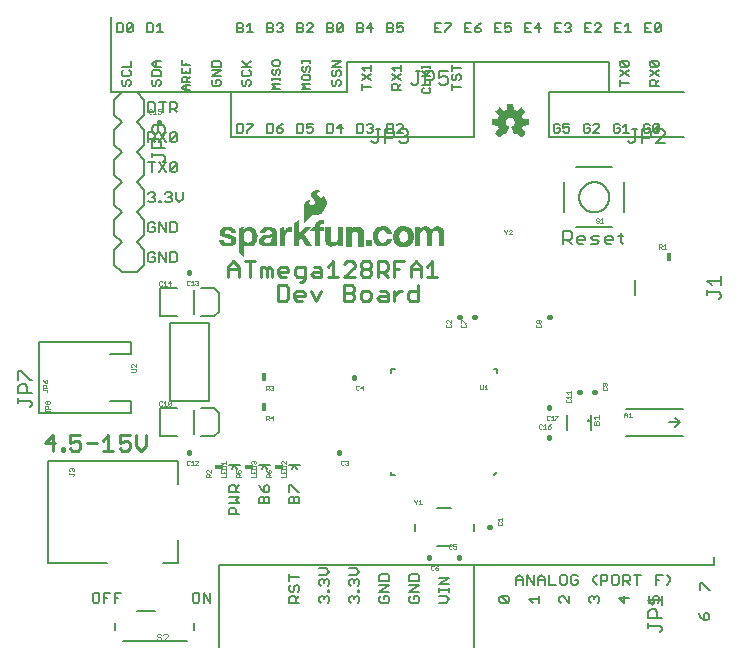
<source format=gbr>
G04 EAGLE Gerber RS-274X export*
G75*
%MOMM*%
%FSLAX34Y34*%
%LPD*%
%INSilkscreen Top*%
%IPPOS*%
%AMOC8*
5,1,8,0,0,1.08239X$1,22.5*%
G01*
%ADD10C,0.127000*%
%ADD11C,0.177800*%
%ADD12C,0.152400*%
%ADD13C,0.203200*%
%ADD14C,0.228600*%
%ADD15C,0.050800*%
%ADD16C,0.406400*%
%ADD17C,0.025400*%
%ADD18R,0.406400X0.711200*%
%ADD19R,0.495300X0.485100*%
%ADD20R,0.711200X0.406400*%

G36*
X408100Y431946D02*
X408100Y431946D01*
X408208Y431956D01*
X408221Y431962D01*
X408235Y431964D01*
X408332Y432012D01*
X408431Y432057D01*
X408444Y432068D01*
X408453Y432072D01*
X408468Y432088D01*
X408545Y432150D01*
X411130Y434735D01*
X411193Y434824D01*
X411259Y434909D01*
X411264Y434922D01*
X411272Y434934D01*
X411303Y435037D01*
X411339Y435140D01*
X411339Y435154D01*
X411343Y435167D01*
X411339Y435275D01*
X411340Y435384D01*
X411335Y435397D01*
X411335Y435411D01*
X411297Y435513D01*
X411262Y435615D01*
X411253Y435630D01*
X411249Y435639D01*
X411235Y435656D01*
X411181Y435738D01*
X408417Y439128D01*
X408974Y440210D01*
X408980Y440230D01*
X409022Y440325D01*
X409393Y441484D01*
X413744Y441927D01*
X413848Y441955D01*
X413954Y441980D01*
X413966Y441987D01*
X413979Y441990D01*
X414069Y442051D01*
X414162Y442108D01*
X414170Y442119D01*
X414182Y442127D01*
X414248Y442213D01*
X414317Y442297D01*
X414321Y442310D01*
X414330Y442321D01*
X414364Y442424D01*
X414403Y442525D01*
X414404Y442543D01*
X414408Y442552D01*
X414408Y442574D01*
X414417Y442672D01*
X414417Y446328D01*
X414400Y446435D01*
X414386Y446543D01*
X414380Y446555D01*
X414378Y446569D01*
X414326Y446665D01*
X414279Y446762D01*
X414269Y446772D01*
X414263Y446784D01*
X414183Y446858D01*
X414107Y446935D01*
X414095Y446941D01*
X414085Y446951D01*
X413986Y446996D01*
X413889Y447044D01*
X413871Y447048D01*
X413862Y447052D01*
X413841Y447054D01*
X413744Y447073D01*
X409393Y447516D01*
X409022Y448675D01*
X409013Y448692D01*
X409011Y448700D01*
X409007Y448707D01*
X408974Y448790D01*
X408417Y449872D01*
X411181Y453262D01*
X411235Y453356D01*
X411292Y453448D01*
X411295Y453461D01*
X411302Y453473D01*
X411323Y453580D01*
X411348Y453685D01*
X411346Y453699D01*
X411349Y453713D01*
X411334Y453820D01*
X411324Y453928D01*
X411318Y453941D01*
X411316Y453955D01*
X411268Y454052D01*
X411223Y454151D01*
X411212Y454164D01*
X411208Y454173D01*
X411192Y454188D01*
X411130Y454265D01*
X408545Y456850D01*
X408456Y456913D01*
X408371Y456979D01*
X408358Y456984D01*
X408346Y456992D01*
X408243Y457023D01*
X408140Y457059D01*
X408126Y457059D01*
X408113Y457063D01*
X408005Y457059D01*
X407896Y457060D01*
X407883Y457055D01*
X407869Y457055D01*
X407767Y457017D01*
X407665Y456982D01*
X407650Y456973D01*
X407641Y456969D01*
X407624Y456955D01*
X407542Y456901D01*
X404152Y454137D01*
X403070Y454694D01*
X403050Y454700D01*
X402955Y454742D01*
X401796Y455113D01*
X401353Y459464D01*
X401325Y459568D01*
X401300Y459674D01*
X401293Y459686D01*
X401290Y459699D01*
X401229Y459789D01*
X401172Y459882D01*
X401161Y459890D01*
X401153Y459902D01*
X401067Y459968D01*
X400983Y460037D01*
X400970Y460041D01*
X400959Y460050D01*
X400856Y460084D01*
X400755Y460123D01*
X400737Y460124D01*
X400728Y460128D01*
X400706Y460128D01*
X400608Y460137D01*
X396952Y460137D01*
X396845Y460120D01*
X396737Y460106D01*
X396725Y460100D01*
X396711Y460098D01*
X396615Y460046D01*
X396518Y459999D01*
X396508Y459989D01*
X396496Y459983D01*
X396422Y459903D01*
X396345Y459827D01*
X396339Y459815D01*
X396329Y459805D01*
X396284Y459706D01*
X396236Y459609D01*
X396232Y459591D01*
X396228Y459582D01*
X396226Y459561D01*
X396207Y459464D01*
X395764Y455113D01*
X394605Y454742D01*
X394587Y454732D01*
X394490Y454694D01*
X393408Y454137D01*
X390018Y456901D01*
X389924Y456955D01*
X389832Y457012D01*
X389819Y457015D01*
X389807Y457022D01*
X389700Y457043D01*
X389595Y457068D01*
X389581Y457066D01*
X389567Y457069D01*
X389460Y457054D01*
X389352Y457044D01*
X389339Y457038D01*
X389326Y457036D01*
X389228Y456988D01*
X389129Y456943D01*
X389116Y456932D01*
X389107Y456928D01*
X389092Y456912D01*
X389015Y456850D01*
X386430Y454265D01*
X386367Y454176D01*
X386301Y454091D01*
X386296Y454078D01*
X386288Y454066D01*
X386257Y453963D01*
X386221Y453860D01*
X386221Y453846D01*
X386217Y453833D01*
X386221Y453725D01*
X386220Y453616D01*
X386225Y453603D01*
X386225Y453589D01*
X386263Y453487D01*
X386298Y453385D01*
X386307Y453370D01*
X386311Y453361D01*
X386325Y453344D01*
X386379Y453262D01*
X389143Y449872D01*
X388586Y448790D01*
X388580Y448770D01*
X388538Y448675D01*
X388167Y447516D01*
X383816Y447073D01*
X383712Y447045D01*
X383606Y447020D01*
X383594Y447013D01*
X383581Y447010D01*
X383491Y446949D01*
X383398Y446892D01*
X383390Y446881D01*
X383378Y446873D01*
X383312Y446787D01*
X383244Y446703D01*
X383239Y446690D01*
X383230Y446679D01*
X383196Y446576D01*
X383157Y446475D01*
X383156Y446457D01*
X383152Y446448D01*
X383153Y446426D01*
X383143Y446328D01*
X383143Y442672D01*
X383160Y442565D01*
X383174Y442457D01*
X383180Y442445D01*
X383182Y442431D01*
X383234Y442335D01*
X383281Y442238D01*
X383291Y442228D01*
X383297Y442216D01*
X383377Y442142D01*
X383453Y442065D01*
X383465Y442059D01*
X383476Y442049D01*
X383574Y442004D01*
X383671Y441956D01*
X383689Y441952D01*
X383698Y441948D01*
X383719Y441946D01*
X383816Y441927D01*
X388167Y441484D01*
X388538Y440325D01*
X388548Y440307D01*
X388586Y440210D01*
X389143Y439128D01*
X386379Y435738D01*
X386325Y435644D01*
X386268Y435552D01*
X386265Y435539D01*
X386258Y435527D01*
X386237Y435420D01*
X386212Y435315D01*
X386214Y435301D01*
X386211Y435287D01*
X386226Y435180D01*
X386236Y435072D01*
X386242Y435059D01*
X386244Y435046D01*
X386292Y434948D01*
X386337Y434849D01*
X386348Y434836D01*
X386352Y434827D01*
X386368Y434812D01*
X386430Y434735D01*
X389015Y432150D01*
X389104Y432087D01*
X389189Y432021D01*
X389202Y432016D01*
X389214Y432008D01*
X389317Y431977D01*
X389420Y431941D01*
X389434Y431941D01*
X389447Y431937D01*
X389555Y431941D01*
X389664Y431940D01*
X389677Y431945D01*
X389691Y431945D01*
X389793Y431983D01*
X389895Y432018D01*
X389910Y432027D01*
X389919Y432031D01*
X389936Y432045D01*
X390018Y432099D01*
X393408Y434863D01*
X394490Y434306D01*
X394543Y434289D01*
X394592Y434263D01*
X394658Y434252D01*
X394722Y434231D01*
X394778Y434232D01*
X394832Y434223D01*
X394899Y434234D01*
X394966Y434235D01*
X395018Y434253D01*
X395073Y434262D01*
X395133Y434294D01*
X395196Y434317D01*
X395239Y434351D01*
X395289Y434377D01*
X395335Y434426D01*
X395387Y434468D01*
X395418Y434515D01*
X395456Y434555D01*
X395512Y434660D01*
X395520Y434673D01*
X395521Y434678D01*
X395525Y434685D01*
X397678Y439882D01*
X397698Y439966D01*
X397703Y439978D01*
X397705Y439994D01*
X397730Y440080D01*
X397729Y440100D01*
X397734Y440120D01*
X397726Y440202D01*
X397727Y440221D01*
X397723Y440241D01*
X397719Y440324D01*
X397712Y440343D01*
X397710Y440363D01*
X397678Y440432D01*
X397672Y440459D01*
X397657Y440483D01*
X397630Y440552D01*
X397617Y440567D01*
X397609Y440585D01*
X397564Y440634D01*
X397544Y440666D01*
X397512Y440692D01*
X397473Y440738D01*
X397452Y440753D01*
X397442Y440763D01*
X397421Y440775D01*
X397358Y440819D01*
X397355Y440821D01*
X397354Y440821D01*
X397352Y440823D01*
X396468Y441318D01*
X395789Y441945D01*
X395275Y442714D01*
X394955Y443582D01*
X394847Y444499D01*
X394960Y445434D01*
X395291Y446315D01*
X395823Y447092D01*
X396524Y447721D01*
X397354Y448164D01*
X398266Y448398D01*
X399208Y448408D01*
X400124Y448194D01*
X400964Y447769D01*
X401678Y447156D01*
X402227Y446391D01*
X402578Y445517D01*
X402711Y444585D01*
X402619Y443648D01*
X402307Y442760D01*
X401792Y441972D01*
X401105Y441328D01*
X400206Y440822D01*
X400166Y440789D01*
X400124Y440767D01*
X400093Y440734D01*
X400045Y440699D01*
X400032Y440682D01*
X400016Y440669D01*
X399981Y440615D01*
X399957Y440589D01*
X399944Y440558D01*
X399902Y440501D01*
X399896Y440481D01*
X399885Y440463D01*
X399867Y440390D01*
X399857Y440367D01*
X399854Y440343D01*
X399831Y440268D01*
X399832Y440247D01*
X399827Y440226D01*
X399834Y440142D01*
X399833Y440124D01*
X399836Y440108D01*
X399839Y440024D01*
X399847Y439998D01*
X399848Y439983D01*
X399858Y439961D01*
X399882Y439882D01*
X400190Y439137D01*
X400191Y439137D01*
X400501Y438388D01*
X400811Y437639D01*
X400811Y437638D01*
X401122Y436890D01*
X401122Y436889D01*
X401432Y436140D01*
X401742Y435391D01*
X401743Y435391D01*
X402035Y434685D01*
X402064Y434638D01*
X402085Y434586D01*
X402128Y434535D01*
X402164Y434478D01*
X402207Y434443D01*
X402243Y434400D01*
X402300Y434366D01*
X402352Y434323D01*
X402404Y434304D01*
X402452Y434275D01*
X402518Y434261D01*
X402581Y434237D01*
X402636Y434235D01*
X402690Y434224D01*
X402757Y434231D01*
X402824Y434229D01*
X402878Y434245D01*
X402933Y434252D01*
X403044Y434296D01*
X403058Y434300D01*
X403062Y434303D01*
X403070Y434306D01*
X404152Y434863D01*
X407542Y432099D01*
X407636Y432045D01*
X407728Y431988D01*
X407741Y431985D01*
X407753Y431978D01*
X407860Y431957D01*
X407965Y431932D01*
X407979Y431934D01*
X407993Y431931D01*
X408100Y431946D01*
G37*
G36*
X224520Y358930D02*
X224520Y358930D01*
X224524Y358928D01*
X224594Y358964D01*
X224604Y358969D01*
X224605Y358970D01*
X229477Y364452D01*
X230331Y365234D01*
X231321Y365823D01*
X231672Y365950D01*
X232040Y366015D01*
X234315Y366015D01*
X234320Y366017D01*
X234326Y366015D01*
X235690Y366139D01*
X235700Y366145D01*
X235712Y366143D01*
X237031Y366511D01*
X237039Y366519D01*
X237052Y366520D01*
X238282Y367120D01*
X238289Y367127D01*
X238300Y367130D01*
X239457Y367947D01*
X239462Y367955D01*
X239471Y367958D01*
X240502Y368930D01*
X240505Y368938D01*
X240511Y368940D01*
X240511Y368942D01*
X240514Y368943D01*
X241399Y370050D01*
X241401Y370060D01*
X241410Y370067D01*
X242357Y371748D01*
X242358Y371759D01*
X242366Y371769D01*
X242994Y373593D01*
X242993Y373604D01*
X243000Y373615D01*
X243288Y375522D01*
X243285Y375533D01*
X243290Y375545D01*
X243288Y375597D01*
X243280Y375849D01*
X243276Y375975D01*
X243276Y375976D01*
X243268Y376228D01*
X243260Y376481D01*
X243256Y376607D01*
X243248Y376859D01*
X243237Y377238D01*
X243229Y377473D01*
X243225Y377482D01*
X243227Y377494D01*
X243020Y378533D01*
X243015Y378541D01*
X243015Y378552D01*
X242657Y379549D01*
X242651Y379556D01*
X242650Y379567D01*
X242148Y380501D01*
X242139Y380508D01*
X242136Y380520D01*
X241229Y381657D01*
X241218Y381663D01*
X241211Y381676D01*
X240085Y382597D01*
X240042Y382609D01*
X240001Y382625D01*
X239996Y382623D01*
X239990Y382624D01*
X239952Y382603D01*
X239912Y382584D01*
X239909Y382578D01*
X239905Y382576D01*
X239897Y382547D01*
X239879Y382499D01*
X239879Y381619D01*
X239863Y381499D01*
X239819Y381396D01*
X239545Y381057D01*
X239184Y380808D01*
X239010Y380743D01*
X238472Y380685D01*
X237942Y380783D01*
X237454Y381032D01*
X236552Y381683D01*
X236140Y382037D01*
X235789Y382447D01*
X235506Y382905D01*
X235300Y383399D01*
X235241Y383699D01*
X235253Y384002D01*
X235410Y384521D01*
X235696Y384981D01*
X236091Y385351D01*
X236572Y385606D01*
X237062Y385745D01*
X237573Y385802D01*
X238176Y385802D01*
X238177Y385802D01*
X238199Y385811D01*
X238267Y385840D01*
X238302Y385932D01*
X238298Y385941D01*
X238264Y386017D01*
X238262Y386020D01*
X238261Y386021D01*
X238260Y386022D01*
X238239Y386042D01*
X238232Y386045D01*
X238228Y386053D01*
X237793Y386391D01*
X237778Y386395D01*
X237766Y386407D01*
X237262Y386628D01*
X237261Y386628D01*
X236905Y386780D01*
X236677Y386881D01*
X236667Y386882D01*
X236657Y386888D01*
X235779Y387108D01*
X235770Y387107D01*
X235760Y387111D01*
X234860Y387197D01*
X234850Y387193D01*
X234838Y387197D01*
X233970Y387131D01*
X233959Y387125D01*
X233946Y387126D01*
X233106Y386895D01*
X233096Y386887D01*
X233083Y386886D01*
X232303Y386498D01*
X232296Y386490D01*
X232285Y386487D01*
X231508Y385927D01*
X231504Y385920D01*
X231495Y385916D01*
X230799Y385258D01*
X230794Y385247D01*
X230783Y385239D01*
X230352Y384636D01*
X230349Y384621D01*
X230337Y384608D01*
X230070Y383916D01*
X230070Y383900D01*
X230062Y383885D01*
X229975Y383148D01*
X229980Y383133D01*
X229976Y383116D01*
X230075Y382381D01*
X230083Y382368D01*
X230083Y382351D01*
X230363Y381663D01*
X230372Y381654D01*
X230375Y381640D01*
X231562Y379882D01*
X231570Y379877D01*
X231574Y379866D01*
X233027Y378325D01*
X233397Y377890D01*
X233637Y377387D01*
X233739Y376839D01*
X233696Y376283D01*
X233510Y375758D01*
X233195Y375298D01*
X232770Y374933D01*
X232227Y374640D01*
X231641Y374442D01*
X231031Y374345D01*
X230320Y374380D01*
X229642Y374587D01*
X229036Y374952D01*
X228723Y375280D01*
X228517Y375684D01*
X228424Y376100D01*
X228424Y376528D01*
X228517Y376943D01*
X228589Y377081D01*
X228707Y377195D01*
X229531Y377794D01*
X229664Y377865D01*
X229802Y377893D01*
X229960Y377877D01*
X230003Y377891D01*
X230048Y377902D01*
X230050Y377906D01*
X230054Y377907D01*
X230074Y377948D01*
X230097Y377987D01*
X230096Y377991D01*
X230098Y377995D01*
X230083Y378038D01*
X230070Y378082D01*
X230067Y378084D01*
X230066Y378088D01*
X230028Y378107D01*
X229992Y378128D01*
X229509Y378204D01*
X229504Y378203D01*
X229499Y378205D01*
X228559Y378278D01*
X228550Y378275D01*
X228539Y378278D01*
X227599Y378205D01*
X227589Y378200D01*
X227577Y378201D01*
X226878Y378017D01*
X226868Y378009D01*
X226854Y378008D01*
X226206Y377687D01*
X226198Y377678D01*
X226184Y377674D01*
X225614Y377229D01*
X225608Y377218D01*
X225596Y377212D01*
X225126Y376662D01*
X225122Y376650D01*
X225111Y376641D01*
X224710Y375909D01*
X224709Y375896D01*
X224700Y375885D01*
X224460Y375086D01*
X224461Y375073D01*
X224455Y375060D01*
X224385Y374229D01*
X224387Y374223D01*
X224385Y374218D01*
X224385Y359054D01*
X224387Y359049D01*
X224385Y359045D01*
X224406Y359005D01*
X224423Y358963D01*
X224428Y358962D01*
X224430Y358957D01*
X224473Y358944D01*
X224515Y358928D01*
X224520Y358930D01*
G37*
G36*
X173107Y330253D02*
X173107Y330253D01*
X173110Y330252D01*
X173152Y330273D01*
X173194Y330293D01*
X173195Y330295D01*
X173197Y330296D01*
X173204Y330318D01*
X173227Y330378D01*
X173227Y341482D01*
X173228Y341480D01*
X173748Y340764D01*
X173759Y340757D01*
X173766Y340744D01*
X174426Y340154D01*
X174438Y340150D01*
X174448Y340139D01*
X175217Y339702D01*
X175230Y339700D01*
X175242Y339691D01*
X176086Y339427D01*
X176097Y339428D01*
X176108Y339422D01*
X177325Y339267D01*
X177334Y339269D01*
X177343Y339266D01*
X178570Y339283D01*
X178578Y339286D01*
X178588Y339284D01*
X179800Y339473D01*
X179809Y339478D01*
X179820Y339478D01*
X180739Y339772D01*
X180747Y339779D01*
X180759Y339781D01*
X181615Y340227D01*
X181621Y340235D01*
X181633Y340238D01*
X182401Y340823D01*
X182406Y340832D01*
X182417Y340837D01*
X183074Y341544D01*
X183078Y341554D01*
X183088Y341561D01*
X183860Y342746D01*
X183862Y342756D01*
X183870Y342765D01*
X184426Y344065D01*
X184426Y344076D01*
X184433Y344086D01*
X184756Y345462D01*
X184754Y345473D01*
X184759Y345484D01*
X184877Y347699D01*
X184873Y347710D01*
X184876Y347722D01*
X184593Y349922D01*
X184588Y349932D01*
X184588Y349944D01*
X183914Y352057D01*
X183906Y352067D01*
X183904Y352080D01*
X183325Y353121D01*
X183314Y353129D01*
X183309Y353143D01*
X182517Y354033D01*
X182508Y354038D01*
X182501Y354048D01*
X181677Y354701D01*
X181669Y354703D01*
X181663Y354710D01*
X180761Y355251D01*
X180751Y355253D01*
X180742Y355261D01*
X179718Y355661D01*
X179705Y355661D01*
X179693Y355668D01*
X178608Y355851D01*
X178597Y355849D01*
X178585Y355853D01*
X176604Y355828D01*
X176593Y355823D01*
X176580Y355826D01*
X176098Y355724D01*
X176089Y355717D01*
X176077Y355717D01*
X174756Y355184D01*
X174749Y355177D01*
X174739Y355176D01*
X174345Y354943D01*
X174338Y354934D01*
X174326Y354929D01*
X173983Y354628D01*
X173980Y354622D01*
X173973Y354619D01*
X173084Y353654D01*
X173084Y353653D01*
X173083Y353652D01*
X172949Y353503D01*
X172973Y355420D01*
X172967Y355435D01*
X172970Y355449D01*
X172950Y355478D01*
X172936Y355512D01*
X172922Y355517D01*
X172913Y355530D01*
X172872Y355537D01*
X172845Y355548D01*
X172835Y355544D01*
X172824Y355546D01*
X168938Y354810D01*
X168904Y354788D01*
X168868Y354771D01*
X168864Y354761D01*
X168856Y354755D01*
X168850Y354726D01*
X168835Y354686D01*
X168835Y334112D01*
X168837Y334106D01*
X168835Y334099D01*
X168864Y334042D01*
X168873Y334021D01*
X168875Y334020D01*
X168876Y334018D01*
X173016Y330284D01*
X173061Y330269D01*
X173105Y330252D01*
X173107Y330253D01*
G37*
G36*
X332615Y339600D02*
X332615Y339600D01*
X332617Y339599D01*
X332660Y339619D01*
X332704Y339637D01*
X332704Y339639D01*
X332706Y339640D01*
X332739Y339725D01*
X332739Y349246D01*
X332814Y350349D01*
X332963Y350988D01*
X333236Y351583D01*
X333621Y352111D01*
X333939Y352397D01*
X334312Y352607D01*
X334721Y352733D01*
X335624Y352825D01*
X336528Y352757D01*
X336976Y352629D01*
X337382Y352403D01*
X337542Y352257D01*
X337725Y352090D01*
X337986Y351706D01*
X338298Y350884D01*
X338405Y350004D01*
X338405Y339725D01*
X338406Y339723D01*
X338405Y339721D01*
X338425Y339678D01*
X338443Y339634D01*
X338445Y339634D01*
X338446Y339632D01*
X338531Y339599D01*
X342773Y339599D01*
X342775Y339600D01*
X342777Y339599D01*
X342820Y339619D01*
X342864Y339637D01*
X342864Y339639D01*
X342866Y339640D01*
X342899Y339725D01*
X342899Y351307D01*
X342896Y351316D01*
X342898Y351326D01*
X342729Y352422D01*
X342723Y352433D01*
X342723Y352447D01*
X342337Y353486D01*
X342328Y353495D01*
X342325Y353509D01*
X341737Y354448D01*
X341726Y354456D01*
X341721Y354469D01*
X341075Y355133D01*
X341063Y355138D01*
X341054Y355151D01*
X340280Y355658D01*
X340266Y355660D01*
X340255Y355671D01*
X339389Y355997D01*
X339378Y355997D01*
X339368Y356003D01*
X338108Y356252D01*
X338102Y356250D01*
X338094Y356254D01*
X336815Y356361D01*
X336805Y356358D01*
X336795Y356361D01*
X335901Y356300D01*
X335891Y356294D01*
X335877Y356296D01*
X335012Y356064D01*
X335002Y356057D01*
X334989Y356056D01*
X334184Y355662D01*
X334177Y355655D01*
X334165Y355652D01*
X333276Y355014D01*
X333272Y355006D01*
X333262Y355002D01*
X332474Y354243D01*
X332473Y354240D01*
X332470Y354239D01*
X332015Y353758D01*
X331973Y353716D01*
X331593Y354374D01*
X331583Y354381D01*
X331579Y354394D01*
X330997Y355063D01*
X330986Y355068D01*
X330979Y355080D01*
X330281Y355626D01*
X330269Y355629D01*
X330260Y355639D01*
X329470Y356042D01*
X329458Y356043D01*
X329447Y356052D01*
X328524Y356312D01*
X328512Y356311D01*
X328499Y356317D01*
X327542Y356386D01*
X327532Y356383D01*
X327521Y356386D01*
X326149Y356259D01*
X326142Y356255D01*
X326132Y356256D01*
X325040Y356002D01*
X325030Y355995D01*
X325017Y355994D01*
X324127Y355590D01*
X324117Y355578D01*
X324101Y355573D01*
X323339Y354961D01*
X323335Y354954D01*
X323327Y354951D01*
X323217Y354837D01*
X323095Y354710D01*
X323094Y354710D01*
X322972Y354584D01*
X322850Y354458D01*
X322728Y354332D01*
X322606Y354205D01*
X322605Y354205D01*
X322565Y354164D01*
X322563Y354157D01*
X322556Y354153D01*
X322254Y353757D01*
X322223Y353750D01*
X322223Y355803D01*
X322222Y355805D01*
X322223Y355807D01*
X322203Y355850D01*
X322185Y355894D01*
X322183Y355894D01*
X322182Y355896D01*
X322097Y355929D01*
X318110Y355929D01*
X318108Y355928D01*
X318106Y355929D01*
X318063Y355909D01*
X318019Y355891D01*
X318019Y355889D01*
X318017Y355888D01*
X317984Y355803D01*
X317984Y339750D01*
X317985Y339748D01*
X317984Y339746D01*
X318004Y339703D01*
X318022Y339659D01*
X318024Y339659D01*
X318025Y339657D01*
X318110Y339624D01*
X322428Y339624D01*
X322430Y339625D01*
X322432Y339624D01*
X322475Y339644D01*
X322519Y339662D01*
X322519Y339664D01*
X322521Y339665D01*
X322554Y339750D01*
X322554Y349555D01*
X322553Y349558D01*
X322554Y349561D01*
X322524Y350183D01*
X322656Y350774D01*
X322939Y351312D01*
X323759Y352256D01*
X324113Y352522D01*
X324517Y352700D01*
X324957Y352782D01*
X325805Y352832D01*
X326282Y352800D01*
X326733Y352664D01*
X327141Y352431D01*
X327488Y352113D01*
X327858Y351566D01*
X328089Y350947D01*
X328169Y350284D01*
X328169Y339725D01*
X328170Y339723D01*
X328169Y339721D01*
X328189Y339678D01*
X328207Y339634D01*
X328209Y339634D01*
X328210Y339632D01*
X328295Y339599D01*
X332613Y339599D01*
X332615Y339600D01*
G37*
G36*
X192294Y339235D02*
X192294Y339235D01*
X192305Y339232D01*
X193923Y339473D01*
X193932Y339479D01*
X193945Y339478D01*
X194980Y339831D01*
X194989Y339838D01*
X195001Y339840D01*
X195952Y340380D01*
X195960Y340389D01*
X195972Y340394D01*
X196799Y341097D01*
X196823Y341113D01*
X196832Y341114D01*
X196840Y341112D01*
X196847Y341106D01*
X196856Y341083D01*
X197083Y340054D01*
X197085Y340051D01*
X197084Y340048D01*
X197160Y339768D01*
X197171Y339754D01*
X197175Y339735D01*
X197196Y339699D01*
X197220Y339682D01*
X197247Y339653D01*
X197284Y339634D01*
X197314Y339632D01*
X197352Y339621D01*
X197388Y339624D01*
X201422Y339624D01*
X201445Y339633D01*
X201470Y339633D01*
X201488Y339652D01*
X201513Y339662D01*
X201522Y339685D01*
X201539Y339703D01*
X201540Y339732D01*
X201548Y339754D01*
X201540Y339772D01*
X201540Y339794D01*
X201466Y339993D01*
X201117Y341288D01*
X201015Y342625D01*
X201040Y346963D01*
X201039Y346966D01*
X201040Y346968D01*
X201020Y347011D01*
X201007Y347044D01*
X201015Y347066D01*
X201015Y351892D01*
X201012Y351899D01*
X201014Y351908D01*
X200923Y352643D01*
X200916Y352656D01*
X200916Y352673D01*
X200649Y353364D01*
X200638Y353374D01*
X200634Y353391D01*
X200207Y353996D01*
X200194Y354004D01*
X200186Y354019D01*
X199624Y354502D01*
X199611Y354506D01*
X199601Y354517D01*
X198298Y355211D01*
X198286Y355212D01*
X198275Y355220D01*
X196861Y355645D01*
X196851Y355644D01*
X196842Y355649D01*
X195103Y355879D01*
X195095Y355877D01*
X195087Y355880D01*
X193333Y355888D01*
X193326Y355885D01*
X193317Y355888D01*
X191577Y355674D01*
X191569Y355670D01*
X191559Y355671D01*
X190330Y355337D01*
X190322Y355330D01*
X190311Y355330D01*
X189153Y354801D01*
X189145Y354792D01*
X189132Y354789D01*
X188315Y354215D01*
X188308Y354204D01*
X188295Y354198D01*
X187612Y353468D01*
X187609Y353459D01*
X187607Y353459D01*
X187605Y353454D01*
X187596Y353447D01*
X187077Y352594D01*
X187075Y352581D01*
X187065Y352570D01*
X186731Y351629D01*
X186732Y351616D01*
X186725Y351603D01*
X186603Y350712D01*
X186600Y350710D01*
X186599Y350710D01*
X186580Y350661D01*
X186564Y350618D01*
X186566Y350613D01*
X186599Y350535D01*
X186624Y350509D01*
X186664Y350491D01*
X186702Y350470D01*
X186708Y350472D01*
X186715Y350470D01*
X186755Y350487D01*
X186785Y350496D01*
X190932Y350496D01*
X190934Y350497D01*
X190936Y350496D01*
X190979Y350516D01*
X191023Y350534D01*
X191023Y350536D01*
X191025Y350537D01*
X191058Y350622D01*
X191058Y350665D01*
X191121Y351196D01*
X191305Y351691D01*
X191600Y352129D01*
X191990Y352485D01*
X192454Y352740D01*
X193015Y352905D01*
X193602Y352959D01*
X194957Y352909D01*
X195326Y352848D01*
X195672Y352720D01*
X195986Y352527D01*
X196239Y352293D01*
X196438Y352014D01*
X196577Y351700D01*
X196688Y351179D01*
X196688Y350648D01*
X196577Y350127D01*
X196535Y350030D01*
X196475Y349943D01*
X196191Y349682D01*
X195763Y349436D01*
X195294Y349271D01*
X193988Y349045D01*
X191782Y348817D01*
X191778Y348814D01*
X191773Y348815D01*
X190236Y348537D01*
X190228Y348533D01*
X190219Y348533D01*
X188734Y348049D01*
X188726Y348042D01*
X188714Y348041D01*
X188018Y347675D01*
X188010Y347665D01*
X187997Y347661D01*
X187387Y347163D01*
X187381Y347152D01*
X187371Y347146D01*
X187370Y347146D01*
X187369Y347145D01*
X186871Y346536D01*
X186867Y346523D01*
X186856Y346512D01*
X186427Y345650D01*
X186426Y345635D01*
X186417Y345621D01*
X186211Y344680D01*
X186213Y344667D01*
X186208Y344653D01*
X186205Y343592D01*
X186210Y343582D01*
X186207Y343569D01*
X186396Y342525D01*
X186402Y342516D01*
X186402Y342503D01*
X186775Y341510D01*
X186783Y341501D01*
X186785Y341489D01*
X187077Y341006D01*
X187086Y340999D01*
X187091Y340987D01*
X187468Y340567D01*
X187479Y340562D01*
X187486Y340551D01*
X187934Y340209D01*
X187947Y340205D01*
X187957Y340195D01*
X189226Y339589D01*
X189239Y339589D01*
X189252Y339580D01*
X190624Y339272D01*
X190636Y339274D01*
X190649Y339269D01*
X192284Y339231D01*
X192294Y339235D01*
G37*
G36*
X219661Y339498D02*
X219661Y339498D01*
X219663Y339497D01*
X219706Y339517D01*
X219750Y339535D01*
X219750Y339537D01*
X219752Y339538D01*
X219785Y339623D01*
X219785Y345031D01*
X221440Y346638D01*
X225673Y339660D01*
X225688Y339649D01*
X225696Y339632D01*
X225730Y339619D01*
X225753Y339602D01*
X225766Y339604D01*
X225780Y339599D01*
X230860Y339574D01*
X230896Y339589D01*
X230934Y339597D01*
X230940Y339607D01*
X230951Y339612D01*
X230966Y339648D01*
X230986Y339681D01*
X230983Y339693D01*
X230987Y339703D01*
X230975Y339731D01*
X230966Y339770D01*
X224369Y349665D01*
X230060Y355231D01*
X230061Y355232D01*
X230063Y355233D01*
X230080Y355278D01*
X230098Y355322D01*
X230098Y355323D01*
X230098Y355325D01*
X230078Y355368D01*
X230059Y355412D01*
X230058Y355413D01*
X230057Y355414D01*
X229972Y355447D01*
X225298Y355447D01*
X225295Y355446D01*
X225292Y355447D01*
X225209Y355410D01*
X219734Y349936D01*
X219734Y361366D01*
X219721Y361398D01*
X219716Y361432D01*
X219702Y361442D01*
X219696Y361457D01*
X219664Y361469D01*
X219635Y361489D01*
X219618Y361487D01*
X219604Y361492D01*
X219579Y361481D01*
X219545Y361476D01*
X215405Y359114D01*
X215393Y359097D01*
X215375Y359089D01*
X215362Y359057D01*
X215346Y359035D01*
X215348Y359020D01*
X215342Y359004D01*
X215342Y339674D01*
X215343Y339671D01*
X215342Y339668D01*
X215379Y339585D01*
X215430Y339534D01*
X215433Y339533D01*
X215434Y339530D01*
X215519Y339497D01*
X219659Y339497D01*
X219661Y339498D01*
G37*
G36*
X248588Y339223D02*
X248588Y339223D01*
X248595Y339226D01*
X248604Y339225D01*
X250082Y339448D01*
X250090Y339453D01*
X250100Y339452D01*
X250362Y339533D01*
X250370Y339539D01*
X250382Y339541D01*
X250627Y339663D01*
X250634Y339670D01*
X250644Y339673D01*
X251574Y340332D01*
X251579Y340340D01*
X251588Y340343D01*
X252415Y341128D01*
X252418Y341136D01*
X252427Y341141D01*
X252934Y341782D01*
X252934Y339725D01*
X252935Y339723D01*
X252934Y339721D01*
X252954Y339678D01*
X252972Y339634D01*
X252974Y339634D01*
X252975Y339632D01*
X253060Y339599D01*
X257073Y339599D01*
X257075Y339600D01*
X257077Y339599D01*
X257120Y339619D01*
X257164Y339637D01*
X257164Y339639D01*
X257166Y339640D01*
X257199Y339725D01*
X257199Y355346D01*
X257198Y355348D01*
X257199Y355350D01*
X257179Y355393D01*
X257161Y355437D01*
X257159Y355437D01*
X257158Y355439D01*
X257073Y355472D01*
X252857Y355472D01*
X252855Y355471D01*
X252853Y355472D01*
X252810Y355452D01*
X252766Y355434D01*
X252766Y355432D01*
X252764Y355431D01*
X252731Y355346D01*
X252731Y347044D01*
X252655Y345814D01*
X252430Y344610D01*
X252221Y344060D01*
X251894Y343575D01*
X251463Y343178D01*
X250953Y342890D01*
X250262Y342678D01*
X249541Y342611D01*
X248822Y342691D01*
X248133Y342914D01*
X247738Y343139D01*
X247397Y343440D01*
X247125Y343802D01*
X246782Y344570D01*
X246633Y345400D01*
X246633Y355397D01*
X246632Y355399D01*
X246633Y355401D01*
X246613Y355444D01*
X246595Y355488D01*
X246593Y355488D01*
X246592Y355490D01*
X246507Y355523D01*
X242367Y355523D01*
X242365Y355522D01*
X242363Y355523D01*
X242320Y355503D01*
X242276Y355485D01*
X242276Y355483D01*
X242274Y355482D01*
X242241Y355397D01*
X242241Y344602D01*
X242243Y344597D01*
X242241Y344590D01*
X242342Y343491D01*
X242347Y343482D01*
X242347Y343481D01*
X242348Y343479D01*
X242346Y343468D01*
X242646Y342405D01*
X242653Y342396D01*
X242654Y342383D01*
X243142Y341393D01*
X243151Y341385D01*
X243155Y341373D01*
X243815Y340488D01*
X243825Y340481D01*
X243832Y340469D01*
X244086Y340241D01*
X244094Y340238D01*
X244095Y340236D01*
X244100Y340234D01*
X244106Y340226D01*
X245008Y339700D01*
X245020Y339699D01*
X245030Y339690D01*
X246016Y339347D01*
X246028Y339348D01*
X246040Y339341D01*
X247073Y339194D01*
X247083Y339197D01*
X247094Y339193D01*
X248588Y339223D01*
G37*
G36*
X263781Y339524D02*
X263781Y339524D01*
X263783Y339523D01*
X263826Y339543D01*
X263870Y339561D01*
X263870Y339563D01*
X263872Y339564D01*
X263905Y339649D01*
X263905Y349015D01*
X263986Y349798D01*
X264202Y350548D01*
X264565Y351227D01*
X265082Y351796D01*
X265539Y352110D01*
X266055Y352314D01*
X266611Y352401D01*
X267716Y352451D01*
X268032Y352434D01*
X268332Y352357D01*
X268767Y352140D01*
X269141Y351831D01*
X269437Y351444D01*
X269747Y350802D01*
X269938Y350114D01*
X270003Y349396D01*
X270003Y339750D01*
X270004Y339748D01*
X270003Y339746D01*
X270023Y339703D01*
X270041Y339659D01*
X270043Y339659D01*
X270044Y339657D01*
X270129Y339624D01*
X274218Y339624D01*
X274220Y339625D01*
X274222Y339624D01*
X274265Y339644D01*
X274309Y339662D01*
X274309Y339664D01*
X274311Y339665D01*
X274344Y339750D01*
X274344Y350291D01*
X274342Y350296D01*
X274344Y350301D01*
X274254Y351430D01*
X274250Y351438D01*
X274251Y351447D01*
X274011Y352554D01*
X274006Y352562D01*
X274006Y352572D01*
X273737Y353277D01*
X273729Y353285D01*
X273727Y353297D01*
X273343Y353946D01*
X273334Y353952D01*
X273330Y353964D01*
X272841Y354539D01*
X272830Y354544D01*
X272823Y354556D01*
X272038Y355174D01*
X272025Y355177D01*
X272014Y355189D01*
X271109Y355611D01*
X271095Y355612D01*
X271081Y355620D01*
X270104Y355826D01*
X270093Y355823D01*
X270081Y355828D01*
X268075Y355878D01*
X268065Y355874D01*
X268054Y355877D01*
X267002Y355722D01*
X266991Y355715D01*
X266977Y355715D01*
X265980Y355346D01*
X265970Y355337D01*
X265956Y355334D01*
X265058Y354767D01*
X265051Y354758D01*
X265040Y354754D01*
X264579Y354338D01*
X264576Y354330D01*
X264568Y354326D01*
X264166Y353853D01*
X264164Y353848D01*
X264160Y353846D01*
X263883Y353468D01*
X263769Y353332D01*
X263727Y353303D01*
X263727Y355371D01*
X263726Y355373D01*
X263727Y355375D01*
X263707Y355418D01*
X263689Y355462D01*
X263687Y355462D01*
X263686Y355464D01*
X263601Y355497D01*
X259563Y355497D01*
X259561Y355496D01*
X259559Y355497D01*
X259516Y355477D01*
X259472Y355459D01*
X259472Y355457D01*
X259470Y355456D01*
X259437Y355371D01*
X259437Y339649D01*
X259438Y339647D01*
X259437Y339645D01*
X259457Y339602D01*
X259475Y339558D01*
X259477Y339558D01*
X259478Y339556D01*
X259563Y339523D01*
X263779Y339523D01*
X263781Y339524D01*
G37*
G36*
X310376Y339701D02*
X310376Y339701D01*
X310388Y339708D01*
X310404Y339708D01*
X312258Y340343D01*
X312271Y340354D01*
X312290Y340359D01*
X313407Y341146D01*
X313412Y341154D01*
X313421Y341158D01*
X314615Y342301D01*
X314621Y342315D01*
X314635Y342325D01*
X315448Y343620D01*
X315451Y343637D01*
X315463Y343653D01*
X316149Y346117D01*
X316147Y346127D01*
X316152Y346136D01*
X316406Y348244D01*
X316402Y348259D01*
X316406Y348275D01*
X316126Y350460D01*
X316117Y350475D01*
X316116Y350495D01*
X315075Y352832D01*
X315062Y352844D01*
X315056Y352863D01*
X313964Y354133D01*
X313950Y354140D01*
X313940Y354155D01*
X311959Y355526D01*
X311943Y355529D01*
X311928Y355541D01*
X310302Y356100D01*
X310289Y356100D01*
X310277Y356106D01*
X308270Y356360D01*
X308261Y356358D01*
X308252Y356361D01*
X308215Y356345D01*
X308175Y356334D01*
X308171Y356325D01*
X308162Y356321D01*
X308142Y356272D01*
X308128Y356247D01*
X308130Y356242D01*
X308128Y356237D01*
X308078Y353265D01*
X308079Y353262D01*
X308078Y353259D01*
X308097Y353217D01*
X308115Y353174D01*
X308118Y353173D01*
X308119Y353170D01*
X308204Y353137D01*
X308300Y353137D01*
X309487Y353038D01*
X310440Y352525D01*
X311274Y351716D01*
X312018Y350104D01*
X312269Y348175D01*
X312269Y346750D01*
X311894Y345202D01*
X311351Y343992D01*
X310272Y343011D01*
X308521Y342419D01*
X306773Y342641D01*
X305125Y343649D01*
X304587Y344676D01*
X304213Y345825D01*
X304038Y347073D01*
X304088Y348932D01*
X304362Y350406D01*
X304758Y351295D01*
X305546Y352379D01*
X306694Y353014D01*
X307789Y353164D01*
X307826Y353186D01*
X307865Y353204D01*
X307868Y353211D01*
X307874Y353214D01*
X307881Y353244D01*
X307898Y353289D01*
X307898Y356210D01*
X307887Y356237D01*
X307885Y356266D01*
X307868Y356282D01*
X307860Y356301D01*
X307838Y356309D01*
X307818Y356327D01*
X307691Y356377D01*
X307669Y356377D01*
X307645Y356386D01*
X307594Y356386D01*
X307587Y356383D01*
X307579Y356385D01*
X306106Y356208D01*
X306088Y356198D01*
X306065Y356196D01*
X302687Y354519D01*
X302670Y354500D01*
X302644Y354484D01*
X300510Y351766D01*
X300503Y351742D01*
X300486Y351716D01*
X299673Y348160D01*
X299677Y348138D01*
X299671Y348112D01*
X300281Y344226D01*
X300294Y344206D01*
X300300Y344178D01*
X301900Y341689D01*
X301921Y341674D01*
X301939Y341650D01*
X304784Y339872D01*
X304808Y339868D01*
X304834Y339854D01*
X307831Y339448D01*
X307845Y339452D01*
X307861Y339447D01*
X310376Y339701D01*
G37*
G36*
X161199Y339290D02*
X161199Y339290D01*
X161205Y339292D01*
X161212Y339291D01*
X162526Y339473D01*
X162534Y339477D01*
X162543Y339477D01*
X163543Y339759D01*
X163552Y339766D01*
X163564Y339767D01*
X164499Y340218D01*
X164506Y340226D01*
X164518Y340229D01*
X165362Y340835D01*
X165367Y340845D01*
X165378Y340850D01*
X166104Y341593D01*
X166108Y341603D01*
X166119Y341611D01*
X166498Y342175D01*
X166500Y342186D01*
X166509Y342196D01*
X166775Y342821D01*
X166775Y342833D01*
X166783Y342844D01*
X166925Y343508D01*
X166924Y343517D01*
X166928Y343526D01*
X167004Y344567D01*
X167001Y344576D01*
X167004Y344587D01*
X166910Y345642D01*
X166903Y345655D01*
X166903Y345671D01*
X166566Y346674D01*
X166557Y346685D01*
X166554Y346700D01*
X166302Y347112D01*
X166292Y347119D01*
X166286Y347133D01*
X165954Y347483D01*
X165943Y347487D01*
X165937Y347498D01*
X165245Y348006D01*
X165237Y348008D01*
X165230Y348016D01*
X164474Y348421D01*
X164465Y348422D01*
X164458Y348428D01*
X162802Y349038D01*
X162794Y349038D01*
X162786Y349043D01*
X161063Y349424D01*
X161062Y349424D01*
X161061Y349425D01*
X159038Y349829D01*
X158286Y350101D01*
X157611Y350517D01*
X157328Y350810D01*
X157144Y351171D01*
X157079Y351540D01*
X157127Y351912D01*
X157282Y352254D01*
X157515Y352522D01*
X157816Y352717D01*
X158240Y352874D01*
X158689Y352959D01*
X159538Y353003D01*
X160385Y352959D01*
X160881Y352861D01*
X161348Y352672D01*
X161771Y352401D01*
X162046Y352137D01*
X162264Y351824D01*
X162414Y351472D01*
X162469Y351229D01*
X162485Y350969D01*
X162506Y350927D01*
X162526Y350884D01*
X162528Y350883D01*
X162529Y350881D01*
X162548Y350875D01*
X162611Y350851D01*
X166497Y350851D01*
X166506Y350854D01*
X166514Y350852D01*
X166550Y350873D01*
X166588Y350889D01*
X166591Y350898D01*
X166599Y350903D01*
X166613Y350954D01*
X166623Y350981D01*
X166621Y350985D01*
X166622Y350988D01*
X166622Y350989D01*
X166623Y350990D01*
X166547Y351701D01*
X166541Y351711D01*
X166543Y351722D01*
X166538Y351728D01*
X166538Y351735D01*
X166546Y351748D01*
X166540Y351772D01*
X166543Y351781D01*
X166539Y351789D01*
X166540Y351808D01*
X166337Y352366D01*
X166333Y352370D01*
X166333Y352375D01*
X165977Y353163D01*
X165970Y353169D01*
X165968Y353180D01*
X165682Y353622D01*
X165674Y353627D01*
X165670Y353637D01*
X165322Y354033D01*
X165312Y354037D01*
X165305Y354048D01*
X164346Y354805D01*
X164333Y354809D01*
X164323Y354819D01*
X163226Y355357D01*
X163214Y355358D01*
X163203Y355366D01*
X161852Y355734D01*
X161842Y355733D01*
X161832Y355738D01*
X160439Y355878D01*
X160433Y355876D01*
X160426Y355878D01*
X158623Y355878D01*
X158617Y355876D01*
X158609Y355878D01*
X157180Y355723D01*
X157170Y355717D01*
X157157Y355718D01*
X155779Y355307D01*
X155770Y355300D01*
X155758Y355299D01*
X154477Y354645D01*
X154469Y354636D01*
X154457Y354633D01*
X153981Y354264D01*
X153975Y354253D01*
X153963Y354247D01*
X153569Y353792D01*
X153565Y353781D01*
X153554Y353772D01*
X153255Y353250D01*
X153254Y353237D01*
X153245Y353227D01*
X152887Y352143D01*
X152888Y352131D01*
X152882Y352118D01*
X152753Y350984D01*
X152756Y350972D01*
X152753Y350958D01*
X152858Y349822D01*
X152864Y349811D01*
X152863Y349797D01*
X153015Y349308D01*
X153023Y349298D01*
X153025Y349284D01*
X153274Y348837D01*
X153285Y348829D01*
X153289Y348815D01*
X153626Y348430D01*
X153636Y348425D01*
X153642Y348414D01*
X154319Y347877D01*
X154328Y347874D01*
X154335Y347866D01*
X155086Y347439D01*
X155095Y347438D01*
X155103Y347431D01*
X155911Y347125D01*
X155919Y347125D01*
X155927Y347120D01*
X159558Y346257D01*
X160732Y345951D01*
X161839Y345481D01*
X162175Y345250D01*
X162441Y344946D01*
X162621Y344584D01*
X162706Y344189D01*
X162689Y343785D01*
X162572Y343400D01*
X162364Y343055D01*
X162076Y342771D01*
X161563Y342459D01*
X160996Y342262D01*
X160393Y342188D01*
X159063Y342188D01*
X158501Y342261D01*
X157914Y342478D01*
X157387Y342815D01*
X156945Y343258D01*
X156690Y343672D01*
X156543Y344134D01*
X156514Y344631D01*
X156514Y344678D01*
X156513Y344680D01*
X156514Y344682D01*
X156494Y344725D01*
X156476Y344769D01*
X156474Y344769D01*
X156473Y344771D01*
X156388Y344804D01*
X152527Y344804D01*
X152521Y344802D01*
X152514Y344804D01*
X152502Y344797D01*
X152488Y344798D01*
X152486Y344797D01*
X152485Y344797D01*
X152463Y344777D01*
X152436Y344766D01*
X152434Y344759D01*
X152428Y344756D01*
X152423Y344742D01*
X152413Y344733D01*
X152413Y344732D01*
X152412Y344730D01*
X152411Y344703D01*
X152409Y344696D01*
X152401Y344674D01*
X152402Y344672D01*
X152401Y344669D01*
X152426Y344313D01*
X152429Y344307D01*
X152428Y344300D01*
X152530Y343716D01*
X152535Y343708D01*
X152534Y343697D01*
X152966Y342427D01*
X152973Y342420D01*
X152974Y342410D01*
X153283Y341814D01*
X153293Y341807D01*
X153297Y341794D01*
X153717Y341270D01*
X153728Y341265D01*
X153734Y341253D01*
X154249Y340822D01*
X154257Y340820D01*
X154262Y340813D01*
X155456Y340051D01*
X155464Y340049D01*
X155471Y340042D01*
X156328Y339645D01*
X156341Y339644D01*
X156353Y339636D01*
X157274Y339424D01*
X157283Y339426D01*
X157293Y339421D01*
X159859Y339243D01*
X159866Y339245D01*
X159872Y339243D01*
X161199Y339290D01*
G37*
G36*
X291263Y339246D02*
X291263Y339246D01*
X291272Y339243D01*
X292455Y339339D01*
X292464Y339343D01*
X292475Y339342D01*
X293628Y339624D01*
X293636Y339630D01*
X293647Y339630D01*
X294740Y340092D01*
X294748Y340100D01*
X294760Y340103D01*
X296008Y340923D01*
X296015Y340934D01*
X296028Y340940D01*
X297081Y341998D01*
X297085Y342010D01*
X297097Y342018D01*
X297912Y343269D01*
X297914Y343282D01*
X297924Y343292D01*
X298466Y344683D01*
X298465Y344694D01*
X298472Y344704D01*
X298567Y345169D01*
X298565Y345178D01*
X298569Y345186D01*
X298601Y345661D01*
X298600Y345665D01*
X298601Y345669D01*
X298601Y345719D01*
X298600Y345721D01*
X298601Y345723D01*
X298581Y345766D01*
X298563Y345810D01*
X298561Y345810D01*
X298560Y345812D01*
X298475Y345845D01*
X294411Y345845D01*
X294372Y345829D01*
X294332Y345817D01*
X294327Y345810D01*
X294320Y345807D01*
X294309Y345778D01*
X294286Y345738D01*
X294182Y345062D01*
X293967Y344425D01*
X293646Y343835D01*
X293288Y343403D01*
X292845Y343058D01*
X292315Y342790D01*
X291746Y342617D01*
X291156Y342544D01*
X290355Y342585D01*
X289576Y342766D01*
X288868Y343096D01*
X288260Y343585D01*
X287785Y344204D01*
X287470Y344921D01*
X287124Y346445D01*
X286995Y348005D01*
X287088Y349146D01*
X287393Y350249D01*
X287898Y351274D01*
X288585Y352185D01*
X288932Y352475D01*
X289346Y352661D01*
X290167Y352842D01*
X291007Y352908D01*
X291839Y352825D01*
X292631Y352564D01*
X293124Y352266D01*
X293537Y351865D01*
X293848Y351380D01*
X294041Y350838D01*
X294108Y350259D01*
X294108Y350241D01*
X294109Y350239D01*
X294108Y350237D01*
X294128Y350194D01*
X294146Y350150D01*
X294148Y350150D01*
X294149Y350148D01*
X294234Y350115D01*
X298425Y350115D01*
X298439Y350121D01*
X298453Y350118D01*
X298482Y350139D01*
X298516Y350153D01*
X298521Y350167D01*
X298533Y350176D01*
X298540Y350217D01*
X298551Y350245D01*
X298547Y350254D01*
X298549Y350265D01*
X298312Y351473D01*
X298307Y351481D01*
X298307Y351492D01*
X297883Y352647D01*
X297874Y352655D01*
X297872Y352668D01*
X297232Y353735D01*
X297221Y353742D01*
X297215Y353756D01*
X296360Y354659D01*
X296347Y354665D01*
X296339Y354677D01*
X295308Y355374D01*
X295295Y355377D01*
X295284Y355387D01*
X294127Y355844D01*
X294118Y355844D01*
X294109Y355850D01*
X292698Y356169D01*
X292692Y356168D01*
X292687Y356171D01*
X291253Y356360D01*
X291244Y356358D01*
X291234Y356361D01*
X289692Y356338D01*
X289681Y356333D01*
X289667Y356335D01*
X288161Y356002D01*
X288151Y355995D01*
X288137Y355995D01*
X286746Y355383D01*
X286738Y355375D01*
X286725Y355371D01*
X285476Y354506D01*
X285469Y354496D01*
X285457Y354490D01*
X285448Y354481D01*
X285325Y354354D01*
X285202Y354228D01*
X284955Y353976D01*
X284832Y353849D01*
X284709Y353723D01*
X284586Y353597D01*
X284396Y353402D01*
X284392Y353391D01*
X284381Y353384D01*
X283547Y352113D01*
X283545Y352102D01*
X283536Y352092D01*
X282959Y350686D01*
X282959Y350674D01*
X282952Y350663D01*
X282654Y349173D01*
X282656Y349163D01*
X282652Y349152D01*
X282576Y346663D01*
X282579Y346654D01*
X282577Y346644D01*
X282722Y345428D01*
X282727Y345420D01*
X282726Y345409D01*
X283060Y344231D01*
X283066Y344223D01*
X283067Y344213D01*
X283581Y343102D01*
X283589Y343095D01*
X283591Y343084D01*
X284273Y342068D01*
X284282Y342062D01*
X284286Y342052D01*
X285057Y341229D01*
X285066Y341225D01*
X285072Y341215D01*
X285968Y340531D01*
X285978Y340528D01*
X285986Y340519D01*
X286983Y339993D01*
X286993Y339992D01*
X287002Y339985D01*
X288072Y339630D01*
X288081Y339631D01*
X288090Y339626D01*
X289654Y339344D01*
X289661Y339345D01*
X289668Y339342D01*
X291254Y339243D01*
X291263Y339246D01*
G37*
G36*
X237898Y339524D02*
X237898Y339524D01*
X237900Y339523D01*
X237943Y339543D01*
X237987Y339561D01*
X237987Y339563D01*
X237989Y339564D01*
X238022Y339649D01*
X238022Y352553D01*
X240894Y352553D01*
X240896Y352554D01*
X240898Y352553D01*
X240941Y352573D01*
X240985Y352591D01*
X240985Y352593D01*
X240987Y352594D01*
X241020Y352679D01*
X241020Y355346D01*
X241019Y355348D01*
X241020Y355350D01*
X241000Y355393D01*
X240982Y355437D01*
X240980Y355437D01*
X240979Y355439D01*
X240894Y355472D01*
X238048Y355472D01*
X238048Y356734D01*
X238111Y357196D01*
X238286Y357619D01*
X238468Y357851D01*
X238708Y358021D01*
X238990Y358118D01*
X239890Y358201D01*
X240805Y358116D01*
X241085Y358090D01*
X241091Y358092D01*
X241097Y358090D01*
X241173Y358090D01*
X241175Y358091D01*
X241177Y358090D01*
X241220Y358110D01*
X241264Y358128D01*
X241264Y358130D01*
X241266Y358131D01*
X241299Y358216D01*
X241299Y361239D01*
X241299Y361240D01*
X241299Y361242D01*
X241299Y361243D01*
X241279Y361286D01*
X241261Y361330D01*
X241259Y361330D01*
X241258Y361332D01*
X241173Y361365D01*
X241151Y361365D01*
X239834Y361441D01*
X239831Y361440D01*
X239827Y361441D01*
X238277Y361441D01*
X238267Y361437D01*
X238256Y361439D01*
X237243Y361265D01*
X237233Y361258D01*
X237219Y361258D01*
X236261Y360889D01*
X236252Y360881D01*
X236239Y360878D01*
X235371Y360328D01*
X235365Y360318D01*
X235358Y360316D01*
X235358Y360315D01*
X235352Y360313D01*
X234609Y359603D01*
X234604Y359593D01*
X234593Y359585D01*
X234253Y359108D01*
X234251Y359097D01*
X234242Y359088D01*
X233993Y358557D01*
X233993Y358546D01*
X233985Y358536D01*
X233837Y357969D01*
X233838Y357958D01*
X233833Y357947D01*
X233656Y355813D01*
X233658Y355809D01*
X233656Y355805D01*
X233656Y355803D01*
X233656Y355472D01*
X232410Y355472D01*
X232407Y355471D01*
X232404Y355472D01*
X232321Y355435D01*
X229654Y352768D01*
X229653Y352768D01*
X229653Y352767D01*
X229635Y352722D01*
X229617Y352677D01*
X229617Y352676D01*
X229637Y352631D01*
X229657Y352587D01*
X229658Y352586D01*
X229742Y352553D01*
X233605Y352529D01*
X233605Y339649D01*
X233606Y339647D01*
X233605Y339645D01*
X233625Y339602D01*
X233643Y339558D01*
X233645Y339558D01*
X233646Y339556D01*
X233731Y339523D01*
X237896Y339523D01*
X237898Y339524D01*
G37*
G36*
X207774Y339625D02*
X207774Y339625D01*
X207776Y339624D01*
X207819Y339644D01*
X207863Y339662D01*
X207863Y339664D01*
X207865Y339665D01*
X207898Y339750D01*
X207898Y347569D01*
X207971Y348415D01*
X208171Y349234D01*
X208532Y350027D01*
X209057Y350719D01*
X209724Y351279D01*
X210203Y351543D01*
X210721Y351724D01*
X211263Y351816D01*
X212788Y351816D01*
X213385Y351691D01*
X213388Y351692D01*
X213391Y351690D01*
X213543Y351665D01*
X213552Y351668D01*
X213563Y351664D01*
X213589Y351664D01*
X213591Y351665D01*
X213593Y351664D01*
X213636Y351684D01*
X213680Y351702D01*
X213680Y351704D01*
X213682Y351705D01*
X213715Y351790D01*
X213715Y355651D01*
X213697Y355695D01*
X213679Y355740D01*
X213677Y355740D01*
X213677Y355742D01*
X213660Y355748D01*
X213596Y355777D01*
X212224Y355853D01*
X212214Y355849D01*
X212202Y355852D01*
X211501Y355768D01*
X211491Y355762D01*
X211477Y355763D01*
X210807Y355540D01*
X210798Y355531D01*
X210784Y355529D01*
X210173Y355176D01*
X210171Y355173D01*
X210167Y355172D01*
X209278Y354587D01*
X209275Y354584D01*
X209270Y354582D01*
X208876Y354280D01*
X208869Y354268D01*
X208855Y354260D01*
X208539Y353877D01*
X208537Y353871D01*
X208531Y353866D01*
X207845Y352824D01*
X207666Y352556D01*
X207619Y352541D01*
X207619Y355321D01*
X207614Y355334D01*
X207617Y355347D01*
X207595Y355377D01*
X207581Y355412D01*
X207568Y355417D01*
X207560Y355428D01*
X207517Y355436D01*
X207489Y355447D01*
X207481Y355443D01*
X207471Y355445D01*
X203610Y354759D01*
X203576Y354737D01*
X203539Y354720D01*
X203535Y354711D01*
X203527Y354706D01*
X203522Y354676D01*
X203506Y354635D01*
X203480Y339750D01*
X203481Y339748D01*
X203480Y339746D01*
X203500Y339703D01*
X203518Y339659D01*
X203520Y339659D01*
X203521Y339657D01*
X203606Y339624D01*
X207772Y339624D01*
X207774Y339625D01*
G37*
%LPC*%
G36*
X176265Y342518D02*
X176265Y342518D01*
X175543Y342670D01*
X174865Y342960D01*
X174356Y343323D01*
X173944Y343792D01*
X173645Y344356D01*
X173639Y344360D01*
X173638Y344367D01*
X173587Y344443D01*
X173586Y344444D01*
X173586Y344445D01*
X173544Y344505D01*
X173532Y344564D01*
X173532Y344602D01*
X173532Y344603D01*
X173532Y344604D01*
X173513Y344648D01*
X173494Y344693D01*
X173493Y344693D01*
X173492Y344694D01*
X173447Y344711D01*
X173425Y344719D01*
X173425Y344724D01*
X173434Y344759D01*
X173429Y344796D01*
X173423Y344807D01*
X173424Y344820D01*
X173199Y345495D01*
X173075Y346264D01*
X173049Y348810D01*
X173159Y349625D01*
X173426Y350399D01*
X173839Y351106D01*
X174437Y351786D01*
X175149Y352342D01*
X175487Y352504D01*
X175859Y352578D01*
X176934Y352629D01*
X177501Y352583D01*
X178043Y352427D01*
X178543Y352167D01*
X179302Y351537D01*
X179899Y350751D01*
X180302Y349852D01*
X180493Y348882D01*
X180496Y346911D01*
X180192Y344964D01*
X179903Y344203D01*
X179431Y343545D01*
X178805Y343029D01*
X178066Y342691D01*
X177175Y342512D01*
X176265Y342518D01*
G37*
%LPD*%
%LPC*%
G36*
X192191Y342213D02*
X192191Y342213D01*
X191730Y342310D01*
X191309Y342513D01*
X190947Y342810D01*
X190756Y343060D01*
X190621Y343345D01*
X190550Y343653D01*
X190545Y343906D01*
X190543Y344032D01*
X190541Y344158D01*
X190541Y344159D01*
X190539Y344238D01*
X190646Y344813D01*
X190866Y345355D01*
X191070Y345653D01*
X191338Y345897D01*
X191812Y346181D01*
X192330Y346378D01*
X192880Y346483D01*
X194323Y346635D01*
X194327Y346637D01*
X194331Y346637D01*
X195323Y346806D01*
X195329Y346810D01*
X195338Y346809D01*
X196302Y347097D01*
X196311Y347104D01*
X196324Y347106D01*
X196531Y347213D01*
X196541Y347225D01*
X196557Y347231D01*
X196699Y347358D01*
X196699Y347066D01*
X196700Y347064D01*
X196699Y347062D01*
X196719Y347019D01*
X196719Y347017D01*
X196699Y346964D01*
X196699Y346130D01*
X196629Y345041D01*
X196422Y343971D01*
X196375Y343806D01*
X196268Y343557D01*
X196118Y343338D01*
X195374Y342619D01*
X195083Y342434D01*
X194761Y342312D01*
X193719Y342163D01*
X192191Y342213D01*
G37*
%LPD*%
D10*
X71115Y480272D02*
X69844Y479001D01*
X69844Y476459D01*
X71115Y475188D01*
X72386Y475188D01*
X73657Y476459D01*
X73657Y479001D01*
X74928Y480272D01*
X76199Y480272D01*
X77470Y479001D01*
X77470Y476459D01*
X76199Y475188D01*
X69844Y487187D02*
X71115Y488458D01*
X69844Y487187D02*
X69844Y484644D01*
X71115Y483373D01*
X76199Y483373D01*
X77470Y484644D01*
X77470Y487187D01*
X76199Y488458D01*
X77470Y491559D02*
X69844Y491559D01*
X77470Y491559D02*
X77470Y496644D01*
X95244Y479001D02*
X96515Y480272D01*
X95244Y479001D02*
X95244Y476459D01*
X96515Y475188D01*
X97786Y475188D01*
X99057Y476459D01*
X99057Y479001D01*
X100328Y480272D01*
X101599Y480272D01*
X102870Y479001D01*
X102870Y476459D01*
X101599Y475188D01*
X102870Y483373D02*
X95244Y483373D01*
X102870Y483373D02*
X102870Y487187D01*
X101599Y488458D01*
X96515Y488458D01*
X95244Y487187D01*
X95244Y483373D01*
X97786Y491559D02*
X102870Y491559D01*
X97786Y491559D02*
X95244Y494101D01*
X97786Y496644D01*
X102870Y496644D01*
X99057Y496644D02*
X99057Y491559D01*
X123398Y471679D02*
X127635Y471679D01*
X123398Y471679D02*
X121280Y473798D01*
X123398Y475916D01*
X127635Y475916D01*
X124457Y475916D02*
X124457Y471679D01*
X121280Y478696D02*
X127635Y478696D01*
X121280Y478696D02*
X121280Y481874D01*
X122339Y482933D01*
X124457Y482933D01*
X125517Y481874D01*
X125517Y478696D01*
X125517Y480814D02*
X127635Y482933D01*
X121280Y485712D02*
X121280Y489949D01*
X121280Y485712D02*
X127635Y485712D01*
X127635Y489949D01*
X124457Y487831D02*
X124457Y485712D01*
X121280Y492729D02*
X127635Y492729D01*
X121280Y492729D02*
X121280Y496966D01*
X124457Y494847D02*
X124457Y492729D01*
X146044Y479001D02*
X147315Y480272D01*
X146044Y479001D02*
X146044Y476459D01*
X147315Y475188D01*
X152399Y475188D01*
X153670Y476459D01*
X153670Y479001D01*
X152399Y480272D01*
X149857Y480272D01*
X149857Y477730D01*
X153670Y483373D02*
X146044Y483373D01*
X153670Y488458D01*
X146044Y488458D01*
X146044Y491559D02*
X153670Y491559D01*
X153670Y495372D01*
X152399Y496644D01*
X147315Y496644D01*
X146044Y495372D01*
X146044Y491559D01*
X171444Y479001D02*
X172715Y480272D01*
X171444Y479001D02*
X171444Y476459D01*
X172715Y475188D01*
X173986Y475188D01*
X175257Y476459D01*
X175257Y479001D01*
X176528Y480272D01*
X177799Y480272D01*
X179070Y479001D01*
X179070Y476459D01*
X177799Y475188D01*
X171444Y487187D02*
X172715Y488458D01*
X171444Y487187D02*
X171444Y484644D01*
X172715Y483373D01*
X177799Y483373D01*
X179070Y484644D01*
X179070Y487187D01*
X177799Y488458D01*
X179070Y491559D02*
X171444Y491559D01*
X176528Y491559D02*
X171444Y496644D01*
X175257Y492830D02*
X179070Y496644D01*
X197225Y472303D02*
X204089Y472303D01*
X199513Y474591D02*
X197225Y472303D01*
X199513Y474591D02*
X197225Y476879D01*
X204089Y476879D01*
X204089Y479787D02*
X204089Y482075D01*
X204089Y480931D02*
X197225Y480931D01*
X197225Y479787D02*
X197225Y482075D01*
X197225Y488209D02*
X198369Y489353D01*
X197225Y488209D02*
X197225Y485921D01*
X198369Y484777D01*
X199513Y484777D01*
X200657Y485921D01*
X200657Y488209D01*
X201801Y489353D01*
X202945Y489353D01*
X204089Y488209D01*
X204089Y485921D01*
X202945Y484777D01*
X197225Y493405D02*
X197225Y495693D01*
X197225Y493405D02*
X198369Y492261D01*
X202945Y492261D01*
X204089Y493405D01*
X204089Y495693D01*
X202945Y496837D01*
X198369Y496837D01*
X197225Y495693D01*
X222625Y472303D02*
X229489Y472303D01*
X224913Y474591D02*
X222625Y472303D01*
X224913Y474591D02*
X222625Y476879D01*
X229489Y476879D01*
X222625Y480931D02*
X222625Y483219D01*
X222625Y480931D02*
X223769Y479787D01*
X228345Y479787D01*
X229489Y480931D01*
X229489Y483219D01*
X228345Y484363D01*
X223769Y484363D01*
X222625Y483219D01*
X222625Y490703D02*
X223769Y491847D01*
X222625Y490703D02*
X222625Y488415D01*
X223769Y487271D01*
X224913Y487271D01*
X226057Y488415D01*
X226057Y490703D01*
X227201Y491847D01*
X228345Y491847D01*
X229489Y490703D01*
X229489Y488415D01*
X228345Y487271D01*
X229489Y494756D02*
X229489Y497044D01*
X229489Y495900D02*
X222625Y495900D01*
X222625Y494756D02*
X222625Y497044D01*
X247644Y479001D02*
X248915Y480272D01*
X247644Y479001D02*
X247644Y476459D01*
X248915Y475188D01*
X250186Y475188D01*
X251457Y476459D01*
X251457Y479001D01*
X252728Y480272D01*
X253999Y480272D01*
X255270Y479001D01*
X255270Y476459D01*
X253999Y475188D01*
X247644Y487187D02*
X248915Y488458D01*
X247644Y487187D02*
X247644Y484644D01*
X248915Y483373D01*
X250186Y483373D01*
X251457Y484644D01*
X251457Y487187D01*
X252728Y488458D01*
X253999Y488458D01*
X255270Y487187D01*
X255270Y484644D01*
X253999Y483373D01*
X255270Y491559D02*
X247644Y491559D01*
X255270Y496644D01*
X247644Y496644D01*
X491484Y477730D02*
X499110Y477730D01*
X491484Y475188D02*
X491484Y480272D01*
X491484Y483373D02*
X499110Y488458D01*
X499110Y483373D02*
X491484Y488458D01*
X492755Y491559D02*
X497839Y491559D01*
X492755Y491559D02*
X491484Y492830D01*
X491484Y495372D01*
X492755Y496644D01*
X497839Y496644D01*
X499110Y495372D01*
X499110Y492830D01*
X497839Y491559D01*
X492755Y496644D01*
X516884Y475188D02*
X524510Y475188D01*
X516884Y475188D02*
X516884Y479001D01*
X518155Y480272D01*
X520697Y480272D01*
X521968Y479001D01*
X521968Y475188D01*
X521968Y477730D02*
X524510Y480272D01*
X524510Y488458D02*
X516884Y483373D01*
X516884Y488458D02*
X524510Y483373D01*
X523239Y491559D02*
X518155Y491559D01*
X516884Y492830D01*
X516884Y495372D01*
X518155Y496644D01*
X523239Y496644D01*
X524510Y495372D01*
X524510Y492830D01*
X523239Y491559D01*
X518155Y496644D01*
X66109Y520700D02*
X66109Y528327D01*
X66109Y520700D02*
X69922Y520700D01*
X71194Y521971D01*
X71194Y527055D01*
X69922Y528327D01*
X66109Y528327D01*
X74295Y527055D02*
X74295Y521971D01*
X74295Y527055D02*
X75566Y528327D01*
X78108Y528327D01*
X79379Y527055D01*
X79379Y521971D01*
X78108Y520700D01*
X75566Y520700D01*
X74295Y521971D01*
X79379Y527055D01*
X91509Y528327D02*
X91509Y520700D01*
X95322Y520700D01*
X96594Y521971D01*
X96594Y527055D01*
X95322Y528327D01*
X91509Y528327D01*
X99695Y525784D02*
X102237Y528327D01*
X102237Y520700D01*
X99695Y520700D02*
X104779Y520700D01*
X167709Y520700D02*
X167709Y528327D01*
X171522Y528327D01*
X172794Y527055D01*
X172794Y525784D01*
X171522Y524513D01*
X172794Y523242D01*
X172794Y521971D01*
X171522Y520700D01*
X167709Y520700D01*
X167709Y524513D02*
X171522Y524513D01*
X175895Y525784D02*
X178437Y528327D01*
X178437Y520700D01*
X175895Y520700D02*
X180979Y520700D01*
X193109Y520700D02*
X193109Y528327D01*
X196922Y528327D01*
X198194Y527055D01*
X198194Y525784D01*
X196922Y524513D01*
X198194Y523242D01*
X198194Y521971D01*
X196922Y520700D01*
X193109Y520700D01*
X193109Y524513D02*
X196922Y524513D01*
X201295Y527055D02*
X202566Y528327D01*
X205108Y528327D01*
X206379Y527055D01*
X206379Y525784D01*
X205108Y524513D01*
X203837Y524513D01*
X205108Y524513D02*
X206379Y523242D01*
X206379Y521971D01*
X205108Y520700D01*
X202566Y520700D01*
X201295Y521971D01*
X218509Y520700D02*
X218509Y528327D01*
X222322Y528327D01*
X223594Y527055D01*
X223594Y525784D01*
X222322Y524513D01*
X223594Y523242D01*
X223594Y521971D01*
X222322Y520700D01*
X218509Y520700D01*
X218509Y524513D02*
X222322Y524513D01*
X226695Y520700D02*
X231779Y520700D01*
X226695Y520700D02*
X231779Y525784D01*
X231779Y527055D01*
X230508Y528327D01*
X227966Y528327D01*
X226695Y527055D01*
X243909Y528327D02*
X243909Y520700D01*
X243909Y528327D02*
X247722Y528327D01*
X248994Y527055D01*
X248994Y525784D01*
X247722Y524513D01*
X248994Y523242D01*
X248994Y521971D01*
X247722Y520700D01*
X243909Y520700D01*
X243909Y524513D02*
X247722Y524513D01*
X252095Y521971D02*
X252095Y527055D01*
X253366Y528327D01*
X255908Y528327D01*
X257179Y527055D01*
X257179Y521971D01*
X255908Y520700D01*
X253366Y520700D01*
X252095Y521971D01*
X257179Y527055D01*
X294709Y528327D02*
X294709Y520700D01*
X294709Y528327D02*
X298522Y528327D01*
X299794Y527055D01*
X299794Y525784D01*
X298522Y524513D01*
X299794Y523242D01*
X299794Y521971D01*
X298522Y520700D01*
X294709Y520700D01*
X294709Y524513D02*
X298522Y524513D01*
X302895Y528327D02*
X307979Y528327D01*
X302895Y528327D02*
X302895Y524513D01*
X305437Y525784D01*
X306708Y525784D01*
X307979Y524513D01*
X307979Y521971D01*
X306708Y520700D01*
X304166Y520700D01*
X302895Y521971D01*
X269309Y520700D02*
X269309Y528327D01*
X273122Y528327D01*
X274394Y527055D01*
X274394Y525784D01*
X273122Y524513D01*
X274394Y523242D01*
X274394Y521971D01*
X273122Y520700D01*
X269309Y520700D01*
X269309Y524513D02*
X273122Y524513D01*
X281308Y520700D02*
X281308Y528327D01*
X277495Y524513D01*
X282579Y524513D01*
X335349Y528327D02*
X340434Y528327D01*
X335349Y528327D02*
X335349Y520700D01*
X340434Y520700D01*
X337891Y524513D02*
X335349Y524513D01*
X343535Y528327D02*
X348619Y528327D01*
X348619Y527055D01*
X343535Y521971D01*
X343535Y520700D01*
X360749Y528327D02*
X365834Y528327D01*
X360749Y528327D02*
X360749Y520700D01*
X365834Y520700D01*
X363291Y524513D02*
X360749Y524513D01*
X371477Y527055D02*
X374019Y528327D01*
X371477Y527055D02*
X368935Y524513D01*
X368935Y521971D01*
X370206Y520700D01*
X372748Y520700D01*
X374019Y521971D01*
X374019Y523242D01*
X372748Y524513D01*
X368935Y524513D01*
X386149Y528327D02*
X391234Y528327D01*
X386149Y528327D02*
X386149Y520700D01*
X391234Y520700D01*
X388691Y524513D02*
X386149Y524513D01*
X394335Y528327D02*
X399419Y528327D01*
X394335Y528327D02*
X394335Y524513D01*
X396877Y525784D01*
X398148Y525784D01*
X399419Y524513D01*
X399419Y521971D01*
X398148Y520700D01*
X395606Y520700D01*
X394335Y521971D01*
X411549Y528327D02*
X416634Y528327D01*
X411549Y528327D02*
X411549Y520700D01*
X416634Y520700D01*
X414091Y524513D02*
X411549Y524513D01*
X423548Y520700D02*
X423548Y528327D01*
X419735Y524513D01*
X424819Y524513D01*
X436949Y528327D02*
X442034Y528327D01*
X436949Y528327D02*
X436949Y520700D01*
X442034Y520700D01*
X439491Y524513D02*
X436949Y524513D01*
X445135Y527055D02*
X446406Y528327D01*
X448948Y528327D01*
X450219Y527055D01*
X450219Y525784D01*
X448948Y524513D01*
X447677Y524513D01*
X448948Y524513D02*
X450219Y523242D01*
X450219Y521971D01*
X448948Y520700D01*
X446406Y520700D01*
X445135Y521971D01*
X462349Y528327D02*
X467434Y528327D01*
X462349Y528327D02*
X462349Y520700D01*
X467434Y520700D01*
X464891Y524513D02*
X462349Y524513D01*
X470535Y520700D02*
X475619Y520700D01*
X470535Y520700D02*
X475619Y525784D01*
X475619Y527055D01*
X474348Y528327D01*
X471806Y528327D01*
X470535Y527055D01*
X487749Y528327D02*
X492834Y528327D01*
X487749Y528327D02*
X487749Y520700D01*
X492834Y520700D01*
X490291Y524513D02*
X487749Y524513D01*
X495935Y525784D02*
X498477Y528327D01*
X498477Y520700D01*
X495935Y520700D02*
X501019Y520700D01*
X513149Y528327D02*
X518234Y528327D01*
X513149Y528327D02*
X513149Y520700D01*
X518234Y520700D01*
X515691Y524513D02*
X513149Y524513D01*
X521335Y521971D02*
X521335Y527055D01*
X522606Y528327D01*
X525148Y528327D01*
X526419Y527055D01*
X526419Y521971D01*
X525148Y520700D01*
X522606Y520700D01*
X521335Y521971D01*
X526419Y527055D01*
D11*
X162560Y469900D02*
X60960Y469900D01*
X162560Y469900D02*
X260350Y469900D01*
X260350Y495300D01*
X368300Y495300D01*
X60960Y469900D02*
X60960Y533400D01*
D12*
X92202Y461525D02*
X92202Y452882D01*
X96524Y452882D01*
X97964Y454323D01*
X97964Y460085D01*
X96524Y461525D01*
X92202Y461525D01*
X104438Y461525D02*
X104438Y452882D01*
X101557Y461525D02*
X107319Y461525D01*
X110912Y461525D02*
X110912Y452882D01*
X110912Y461525D02*
X115234Y461525D01*
X116675Y460085D01*
X116675Y457204D01*
X115234Y455763D01*
X110912Y455763D01*
X113794Y455763D02*
X116675Y452882D01*
X92202Y436125D02*
X92202Y427482D01*
X92202Y436125D02*
X96524Y436125D01*
X97964Y434685D01*
X97964Y431804D01*
X96524Y430363D01*
X92202Y430363D01*
X95083Y430363D02*
X97964Y427482D01*
X107319Y427482D02*
X101557Y436125D01*
X107319Y436125D02*
X101557Y427482D01*
X110912Y428923D02*
X110912Y434685D01*
X112353Y436125D01*
X115234Y436125D01*
X116675Y434685D01*
X116675Y428923D01*
X115234Y427482D01*
X112353Y427482D01*
X110912Y428923D01*
X116675Y434685D01*
X95083Y410725D02*
X95083Y402082D01*
X92202Y410725D02*
X97964Y410725D01*
X101557Y410725D02*
X107319Y402082D01*
X101557Y402082D02*
X107319Y410725D01*
X110912Y409285D02*
X110912Y403523D01*
X110912Y409285D02*
X112353Y410725D01*
X115234Y410725D01*
X116675Y409285D01*
X116675Y403523D01*
X115234Y402082D01*
X112353Y402082D01*
X110912Y403523D01*
X116675Y409285D01*
X93643Y385325D02*
X92202Y383885D01*
X93643Y385325D02*
X96524Y385325D01*
X97964Y383885D01*
X97964Y382444D01*
X96524Y381004D01*
X95083Y381004D01*
X96524Y381004D02*
X97964Y379563D01*
X97964Y378123D01*
X96524Y376682D01*
X93643Y376682D01*
X92202Y378123D01*
X101557Y378123D02*
X101557Y376682D01*
X101557Y378123D02*
X102998Y378123D01*
X102998Y376682D01*
X101557Y376682D01*
X106235Y383885D02*
X107675Y385325D01*
X110556Y385325D01*
X111997Y383885D01*
X111997Y382444D01*
X110556Y381004D01*
X109116Y381004D01*
X110556Y381004D02*
X111997Y379563D01*
X111997Y378123D01*
X110556Y376682D01*
X107675Y376682D01*
X106235Y378123D01*
X115590Y379563D02*
X115590Y385325D01*
X115590Y379563D02*
X118471Y376682D01*
X121352Y379563D01*
X121352Y385325D01*
X96524Y334525D02*
X97964Y333085D01*
X96524Y334525D02*
X93643Y334525D01*
X92202Y333085D01*
X92202Y327323D01*
X93643Y325882D01*
X96524Y325882D01*
X97964Y327323D01*
X97964Y330204D01*
X95083Y330204D01*
X101557Y334525D02*
X101557Y325882D01*
X107319Y325882D02*
X101557Y334525D01*
X107319Y334525D02*
X107319Y325882D01*
X110912Y325882D02*
X110912Y334525D01*
X110912Y325882D02*
X115234Y325882D01*
X116675Y327323D01*
X116675Y333085D01*
X115234Y334525D01*
X110912Y334525D01*
X97964Y358485D02*
X96524Y359925D01*
X93643Y359925D01*
X92202Y358485D01*
X92202Y352723D01*
X93643Y351282D01*
X96524Y351282D01*
X97964Y352723D01*
X97964Y355604D01*
X95083Y355604D01*
X101557Y359925D02*
X101557Y351282D01*
X107319Y351282D02*
X101557Y359925D01*
X107319Y359925D02*
X107319Y351282D01*
X110912Y351282D02*
X110912Y359925D01*
X110912Y351282D02*
X115234Y351282D01*
X116675Y352723D01*
X116675Y358485D01*
X115234Y359925D01*
X110912Y359925D01*
D11*
X368300Y495300D02*
X482600Y495300D01*
X482600Y469900D01*
X546100Y469900D01*
D10*
X167709Y443237D02*
X167709Y435610D01*
X171522Y435610D01*
X172794Y436881D01*
X172794Y441965D01*
X171522Y443237D01*
X167709Y443237D01*
X175895Y443237D02*
X180979Y443237D01*
X180979Y441965D01*
X175895Y436881D01*
X175895Y435610D01*
X193109Y435610D02*
X193109Y443237D01*
X193109Y435610D02*
X196922Y435610D01*
X198194Y436881D01*
X198194Y441965D01*
X196922Y443237D01*
X193109Y443237D01*
X203837Y441965D02*
X206379Y443237D01*
X203837Y441965D02*
X201295Y439423D01*
X201295Y436881D01*
X202566Y435610D01*
X205108Y435610D01*
X206379Y436881D01*
X206379Y438152D01*
X205108Y439423D01*
X201295Y439423D01*
X218509Y443237D02*
X218509Y435610D01*
X222322Y435610D01*
X223594Y436881D01*
X223594Y441965D01*
X222322Y443237D01*
X218509Y443237D01*
X226695Y443237D02*
X231779Y443237D01*
X226695Y443237D02*
X226695Y439423D01*
X229237Y440694D01*
X230508Y440694D01*
X231779Y439423D01*
X231779Y436881D01*
X230508Y435610D01*
X227966Y435610D01*
X226695Y436881D01*
X243909Y435610D02*
X243909Y443237D01*
X243909Y435610D02*
X247722Y435610D01*
X248994Y436881D01*
X248994Y441965D01*
X247722Y443237D01*
X243909Y443237D01*
X255908Y443237D02*
X255908Y435610D01*
X252095Y439423D02*
X255908Y443237D01*
X257179Y439423D02*
X252095Y439423D01*
X269309Y443237D02*
X269309Y435610D01*
X273122Y435610D01*
X274394Y436881D01*
X274394Y441965D01*
X273122Y443237D01*
X269309Y443237D01*
X277495Y441965D02*
X278766Y443237D01*
X281308Y443237D01*
X282579Y441965D01*
X282579Y440694D01*
X281308Y439423D01*
X280037Y439423D01*
X281308Y439423D02*
X282579Y438152D01*
X282579Y436881D01*
X281308Y435610D01*
X278766Y435610D01*
X277495Y436881D01*
X294709Y435610D02*
X294709Y443237D01*
X294709Y435610D02*
X298522Y435610D01*
X299794Y436881D01*
X299794Y441965D01*
X298522Y443237D01*
X294709Y443237D01*
X302895Y435610D02*
X307979Y435610D01*
X302895Y435610D02*
X307979Y440694D01*
X307979Y441965D01*
X306708Y443237D01*
X304166Y443237D01*
X302895Y441965D01*
X349244Y474347D02*
X356870Y474347D01*
X349244Y471805D02*
X349244Y476889D01*
X349244Y483804D02*
X350515Y485075D01*
X349244Y483804D02*
X349244Y481262D01*
X350515Y479991D01*
X351786Y479991D01*
X353057Y481262D01*
X353057Y483804D01*
X354328Y485075D01*
X355599Y485075D01*
X356870Y483804D01*
X356870Y481262D01*
X355599Y479991D01*
X356870Y490719D02*
X349244Y490719D01*
X349244Y488177D02*
X349244Y493261D01*
X325539Y473502D02*
X324480Y472443D01*
X324480Y470324D01*
X325539Y469265D01*
X329776Y469265D01*
X330835Y470324D01*
X330835Y472443D01*
X329776Y473502D01*
X330835Y476281D02*
X324480Y476281D01*
X330835Y476281D02*
X330835Y480518D01*
X330835Y483298D02*
X324480Y483298D01*
X328717Y483298D02*
X324480Y487535D01*
X327657Y484357D02*
X330835Y487535D01*
X330835Y490314D02*
X330835Y492433D01*
X330835Y491373D02*
X324480Y491373D01*
X324480Y490314D02*
X324480Y492433D01*
D11*
X162560Y469900D02*
X162560Y431800D01*
X368300Y431800D01*
X368300Y495300D01*
D10*
X280670Y474347D02*
X273044Y474347D01*
X273044Y471805D02*
X273044Y476889D01*
X273044Y479991D02*
X280670Y485075D01*
X280670Y479991D02*
X273044Y485075D01*
X275586Y488177D02*
X273044Y490719D01*
X280670Y490719D01*
X280670Y488177D02*
X280670Y493261D01*
X298444Y471805D02*
X306070Y471805D01*
X298444Y471805D02*
X298444Y475618D01*
X299715Y476889D01*
X302257Y476889D01*
X303528Y475618D01*
X303528Y471805D01*
X303528Y474347D02*
X306070Y476889D01*
X306070Y485075D02*
X298444Y479991D01*
X298444Y485075D02*
X306070Y479991D01*
X300986Y488177D02*
X298444Y490719D01*
X306070Y490719D01*
X306070Y488177D02*
X306070Y493261D01*
X515692Y443237D02*
X516964Y441965D01*
X515692Y443237D02*
X513150Y443237D01*
X511879Y441965D01*
X511879Y436881D01*
X513150Y435610D01*
X515692Y435610D01*
X516964Y436881D01*
X516964Y439423D01*
X514421Y439423D01*
X520065Y436881D02*
X520065Y441965D01*
X521336Y443237D01*
X523878Y443237D01*
X525149Y441965D01*
X525149Y436881D01*
X523878Y435610D01*
X521336Y435610D01*
X520065Y436881D01*
X525149Y441965D01*
X491564Y441965D02*
X490292Y443237D01*
X487750Y443237D01*
X486479Y441965D01*
X486479Y436881D01*
X487750Y435610D01*
X490292Y435610D01*
X491564Y436881D01*
X491564Y439423D01*
X489021Y439423D01*
X494665Y440694D02*
X497207Y443237D01*
X497207Y435610D01*
X494665Y435610D02*
X499749Y435610D01*
X466164Y441965D02*
X464892Y443237D01*
X462350Y443237D01*
X461079Y441965D01*
X461079Y436881D01*
X462350Y435610D01*
X464892Y435610D01*
X466164Y436881D01*
X466164Y439423D01*
X463621Y439423D01*
X469265Y435610D02*
X474349Y435610D01*
X469265Y435610D02*
X474349Y440694D01*
X474349Y441965D01*
X473078Y443237D01*
X470536Y443237D01*
X469265Y441965D01*
X440764Y441965D02*
X439492Y443237D01*
X436950Y443237D01*
X435679Y441965D01*
X435679Y436881D01*
X436950Y435610D01*
X439492Y435610D01*
X440764Y436881D01*
X440764Y439423D01*
X438221Y439423D01*
X443865Y443237D02*
X448949Y443237D01*
X443865Y443237D02*
X443865Y439423D01*
X446407Y440694D01*
X447678Y440694D01*
X448949Y439423D01*
X448949Y436881D01*
X447678Y435610D01*
X445136Y435610D01*
X443865Y436881D01*
D11*
X431800Y469900D02*
X482600Y469900D01*
X431800Y469900D02*
X431800Y431800D01*
X546100Y431800D01*
D13*
X504190Y311150D02*
X504190Y298450D01*
D14*
X160120Y313563D02*
X160120Y322206D01*
X164442Y326528D01*
X168763Y322206D01*
X168763Y313563D01*
X168763Y320046D02*
X160120Y320046D01*
X178474Y326528D02*
X178474Y313563D01*
X174153Y326528D02*
X182796Y326528D01*
X188185Y322206D02*
X188185Y313563D01*
X188185Y322206D02*
X190346Y322206D01*
X192507Y320046D01*
X192507Y313563D01*
X192507Y320046D02*
X194668Y322206D01*
X196829Y320046D01*
X196829Y313563D01*
X204379Y313563D02*
X208701Y313563D01*
X204379Y313563D02*
X202218Y315724D01*
X202218Y320046D01*
X204379Y322206D01*
X208701Y322206D01*
X210862Y320046D01*
X210862Y317885D01*
X202218Y317885D01*
X220573Y309241D02*
X222734Y309241D01*
X224894Y311402D01*
X224894Y322206D01*
X218412Y322206D01*
X216251Y320046D01*
X216251Y315724D01*
X218412Y313563D01*
X224894Y313563D01*
X232445Y322206D02*
X236766Y322206D01*
X238927Y320046D01*
X238927Y313563D01*
X232445Y313563D01*
X230284Y315724D01*
X232445Y317885D01*
X238927Y317885D01*
X244317Y322206D02*
X248638Y326528D01*
X248638Y313563D01*
X244317Y313563D02*
X252960Y313563D01*
X258349Y313563D02*
X266993Y313563D01*
X266993Y322206D02*
X258349Y313563D01*
X266993Y322206D02*
X266993Y324367D01*
X264832Y326528D01*
X260510Y326528D01*
X258349Y324367D01*
X272382Y324367D02*
X274543Y326528D01*
X278865Y326528D01*
X281025Y324367D01*
X281025Y322206D01*
X278865Y320046D01*
X281025Y317885D01*
X281025Y315724D01*
X278865Y313563D01*
X274543Y313563D01*
X272382Y315724D01*
X272382Y317885D01*
X274543Y320046D01*
X272382Y322206D01*
X272382Y324367D01*
X274543Y320046D02*
X278865Y320046D01*
X286415Y326528D02*
X286415Y313563D01*
X286415Y326528D02*
X292897Y326528D01*
X295058Y324367D01*
X295058Y320046D01*
X292897Y317885D01*
X286415Y317885D01*
X290737Y317885D02*
X295058Y313563D01*
X300448Y313563D02*
X300448Y326528D01*
X309091Y326528D01*
X304769Y320046D02*
X300448Y320046D01*
X314480Y322206D02*
X314480Y313563D01*
X314480Y322206D02*
X318802Y326528D01*
X323124Y322206D01*
X323124Y313563D01*
X323124Y320046D02*
X314480Y320046D01*
X328513Y322206D02*
X332835Y326528D01*
X332835Y313563D01*
X328513Y313563D02*
X337157Y313563D01*
X202055Y306208D02*
X202055Y293243D01*
X208537Y293243D01*
X210698Y295404D01*
X210698Y304047D01*
X208537Y306208D01*
X202055Y306208D01*
X218248Y293243D02*
X222570Y293243D01*
X218248Y293243D02*
X216088Y295404D01*
X216088Y299726D01*
X218248Y301886D01*
X222570Y301886D01*
X224731Y299726D01*
X224731Y297565D01*
X216088Y297565D01*
X230120Y301886D02*
X234442Y293243D01*
X238764Y301886D01*
X258186Y306208D02*
X258186Y293243D01*
X258186Y306208D02*
X264669Y306208D01*
X266829Y304047D01*
X266829Y301886D01*
X264669Y299726D01*
X266829Y297565D01*
X266829Y295404D01*
X264669Y293243D01*
X258186Y293243D01*
X258186Y299726D02*
X264669Y299726D01*
X274380Y293243D02*
X278701Y293243D01*
X280862Y295404D01*
X280862Y299726D01*
X278701Y301886D01*
X274380Y301886D01*
X272219Y299726D01*
X272219Y295404D01*
X274380Y293243D01*
X288412Y301886D02*
X292734Y301886D01*
X294895Y299726D01*
X294895Y293243D01*
X288412Y293243D01*
X286252Y295404D01*
X288412Y297565D01*
X294895Y297565D01*
X300284Y301886D02*
X300284Y293243D01*
X300284Y297565D02*
X304606Y301886D01*
X306767Y301886D01*
X320622Y306208D02*
X320622Y293243D01*
X314139Y293243D01*
X311978Y295404D01*
X311978Y299726D01*
X314139Y301886D01*
X320622Y301886D01*
D12*
X169418Y112396D02*
X160775Y112396D01*
X160775Y116718D01*
X162215Y118159D01*
X165096Y118159D01*
X166537Y116718D01*
X166537Y112396D01*
X169418Y121752D02*
X160775Y121752D01*
X166537Y124633D02*
X169418Y121752D01*
X166537Y124633D02*
X169418Y127514D01*
X160775Y127514D01*
X160775Y131107D02*
X169418Y131107D01*
X160775Y131107D02*
X160775Y135429D01*
X162215Y136869D01*
X165096Y136869D01*
X166537Y135429D01*
X166537Y131107D01*
X166537Y133988D02*
X169418Y136869D01*
X211575Y121752D02*
X220218Y121752D01*
X211575Y121752D02*
X211575Y126073D01*
X213015Y127514D01*
X214456Y127514D01*
X215896Y126073D01*
X217337Y127514D01*
X218777Y127514D01*
X220218Y126073D01*
X220218Y121752D01*
X215896Y121752D02*
X215896Y126073D01*
X211575Y131107D02*
X211575Y136869D01*
X213015Y136869D01*
X218777Y131107D01*
X220218Y131107D01*
X194818Y121752D02*
X186175Y121752D01*
X186175Y126073D01*
X187615Y127514D01*
X189056Y127514D01*
X190496Y126073D01*
X191937Y127514D01*
X193377Y127514D01*
X194818Y126073D01*
X194818Y121752D01*
X190496Y121752D02*
X190496Y126073D01*
X187615Y133988D02*
X186175Y136869D01*
X187615Y133988D02*
X190496Y131107D01*
X193377Y131107D01*
X194818Y132547D01*
X194818Y135429D01*
X193377Y136869D01*
X191937Y136869D01*
X190496Y135429D01*
X190496Y131107D01*
X338575Y37592D02*
X344337Y37592D01*
X347218Y40473D01*
X344337Y43354D01*
X338575Y43354D01*
X347218Y46947D02*
X347218Y49828D01*
X347218Y48388D02*
X338575Y48388D01*
X338575Y49828D02*
X338575Y46947D01*
X338575Y53184D02*
X347218Y53184D01*
X347218Y58946D02*
X338575Y53184D01*
X338575Y58946D02*
X347218Y58946D01*
X314615Y43354D02*
X313175Y41914D01*
X313175Y39033D01*
X314615Y37592D01*
X320377Y37592D01*
X321818Y39033D01*
X321818Y41914D01*
X320377Y43354D01*
X317496Y43354D01*
X317496Y40473D01*
X313175Y46947D02*
X321818Y46947D01*
X321818Y52709D02*
X313175Y46947D01*
X313175Y52709D02*
X321818Y52709D01*
X321818Y56302D02*
X313175Y56302D01*
X321818Y56302D02*
X321818Y60624D01*
X320377Y62065D01*
X314615Y62065D01*
X313175Y60624D01*
X313175Y56302D01*
X289215Y43354D02*
X287775Y41914D01*
X287775Y39033D01*
X289215Y37592D01*
X294977Y37592D01*
X296418Y39033D01*
X296418Y41914D01*
X294977Y43354D01*
X292096Y43354D01*
X292096Y40473D01*
X287775Y46947D02*
X296418Y46947D01*
X296418Y52709D02*
X287775Y46947D01*
X287775Y52709D02*
X296418Y52709D01*
X296418Y56302D02*
X287775Y56302D01*
X296418Y56302D02*
X296418Y60624D01*
X294977Y62065D01*
X289215Y62065D01*
X287775Y60624D01*
X287775Y56302D01*
X263815Y37592D02*
X262375Y39033D01*
X262375Y41914D01*
X263815Y43354D01*
X265256Y43354D01*
X266696Y41914D01*
X266696Y40473D01*
X266696Y41914D02*
X268137Y43354D01*
X269577Y43354D01*
X271018Y41914D01*
X271018Y39033D01*
X269577Y37592D01*
X269577Y46947D02*
X271018Y46947D01*
X269577Y46947D02*
X269577Y48388D01*
X271018Y48388D01*
X271018Y46947D01*
X263815Y51625D02*
X262375Y53065D01*
X262375Y55946D01*
X263815Y57387D01*
X265256Y57387D01*
X266696Y55946D01*
X266696Y54506D01*
X266696Y55946D02*
X268137Y57387D01*
X269577Y57387D01*
X271018Y55946D01*
X271018Y53065D01*
X269577Y51625D01*
X268137Y60980D02*
X262375Y60980D01*
X268137Y60980D02*
X271018Y63861D01*
X268137Y66742D01*
X262375Y66742D01*
X236975Y39033D02*
X238415Y37592D01*
X236975Y39033D02*
X236975Y41914D01*
X238415Y43354D01*
X239856Y43354D01*
X241296Y41914D01*
X241296Y40473D01*
X241296Y41914D02*
X242737Y43354D01*
X244177Y43354D01*
X245618Y41914D01*
X245618Y39033D01*
X244177Y37592D01*
X244177Y46947D02*
X245618Y46947D01*
X244177Y46947D02*
X244177Y48388D01*
X245618Y48388D01*
X245618Y46947D01*
X238415Y51625D02*
X236975Y53065D01*
X236975Y55946D01*
X238415Y57387D01*
X239856Y57387D01*
X241296Y55946D01*
X241296Y54506D01*
X241296Y55946D02*
X242737Y57387D01*
X244177Y57387D01*
X245618Y55946D01*
X245618Y53065D01*
X244177Y51625D01*
X242737Y60980D02*
X236975Y60980D01*
X242737Y60980D02*
X245618Y63861D01*
X242737Y66742D01*
X236975Y66742D01*
X220218Y37592D02*
X211575Y37592D01*
X211575Y41914D01*
X213015Y43354D01*
X215896Y43354D01*
X217337Y41914D01*
X217337Y37592D01*
X217337Y40473D02*
X220218Y43354D01*
X211575Y51269D02*
X213015Y52709D01*
X211575Y51269D02*
X211575Y48388D01*
X213015Y46947D01*
X214456Y46947D01*
X215896Y48388D01*
X215896Y51269D01*
X217337Y52709D01*
X218777Y52709D01*
X220218Y51269D01*
X220218Y48388D01*
X218777Y46947D01*
X220218Y59184D02*
X211575Y59184D01*
X211575Y62065D02*
X211575Y56302D01*
X403616Y58594D02*
X403616Y52832D01*
X403616Y58594D02*
X406498Y61475D01*
X409379Y58594D01*
X409379Y52832D01*
X409379Y57154D02*
X403616Y57154D01*
X412972Y61475D02*
X412972Y52832D01*
X418734Y52832D02*
X412972Y61475D01*
X418734Y61475D02*
X418734Y52832D01*
X422327Y52832D02*
X422327Y58594D01*
X425208Y61475D01*
X428089Y58594D01*
X428089Y52832D01*
X428089Y57154D02*
X422327Y57154D01*
X431682Y61475D02*
X431682Y52832D01*
X437444Y52832D01*
X442478Y61475D02*
X445359Y61475D01*
X442478Y61475D02*
X441037Y60035D01*
X441037Y54273D01*
X442478Y52832D01*
X445359Y52832D01*
X446799Y54273D01*
X446799Y60035D01*
X445359Y61475D01*
X454714Y61475D02*
X456155Y60035D01*
X454714Y61475D02*
X451833Y61475D01*
X450392Y60035D01*
X450392Y54273D01*
X451833Y52832D01*
X454714Y52832D01*
X456155Y54273D01*
X456155Y57154D01*
X453274Y57154D01*
X469103Y55713D02*
X471984Y52832D01*
X469103Y55713D02*
X469103Y58594D01*
X471984Y61475D01*
X475340Y61475D02*
X475340Y52832D01*
X475340Y61475D02*
X479661Y61475D01*
X481102Y60035D01*
X481102Y57154D01*
X479661Y55713D01*
X475340Y55713D01*
X486135Y61475D02*
X489016Y61475D01*
X486135Y61475D02*
X484695Y60035D01*
X484695Y54273D01*
X486135Y52832D01*
X489016Y52832D01*
X490457Y54273D01*
X490457Y60035D01*
X489016Y61475D01*
X494050Y61475D02*
X494050Y52832D01*
X494050Y61475D02*
X498372Y61475D01*
X499812Y60035D01*
X499812Y57154D01*
X498372Y55713D01*
X494050Y55713D01*
X496931Y55713D02*
X499812Y52832D01*
X506286Y52832D02*
X506286Y61475D01*
X503405Y61475D02*
X509167Y61475D01*
X522115Y61475D02*
X522115Y52832D01*
X522115Y61475D02*
X527878Y61475D01*
X524997Y57154D02*
X522115Y57154D01*
X531471Y52832D02*
X534352Y55713D01*
X534352Y58594D01*
X531471Y61475D01*
X417656Y37592D02*
X414775Y40473D01*
X423418Y40473D01*
X423418Y37592D02*
X423418Y43354D01*
X448818Y43354D02*
X448818Y37592D01*
X443056Y43354D01*
X441615Y43354D01*
X440175Y41914D01*
X440175Y39033D01*
X441615Y37592D01*
X465575Y39033D02*
X467015Y37592D01*
X465575Y39033D02*
X465575Y41914D01*
X467015Y43354D01*
X468456Y43354D01*
X469896Y41914D01*
X469896Y40473D01*
X469896Y41914D02*
X471337Y43354D01*
X472777Y43354D01*
X474218Y41914D01*
X474218Y39033D01*
X472777Y37592D01*
X490975Y41914D02*
X499618Y41914D01*
X495296Y37592D02*
X490975Y41914D01*
X495296Y43354D02*
X495296Y37592D01*
X516375Y37592D02*
X516375Y43354D01*
X516375Y37592D02*
X520696Y37592D01*
X519256Y40473D01*
X519256Y41914D01*
X520696Y43354D01*
X523577Y43354D01*
X525018Y41914D01*
X525018Y39033D01*
X523577Y37592D01*
X558285Y28517D02*
X559725Y25636D01*
X562606Y22754D01*
X565487Y22754D01*
X566928Y24195D01*
X566928Y27076D01*
X565487Y28517D01*
X564047Y28517D01*
X562606Y27076D01*
X562606Y22754D01*
X559555Y48154D02*
X559555Y53917D01*
X560995Y53917D01*
X566757Y48154D01*
X568198Y48154D01*
X396577Y37592D02*
X390815Y37592D01*
X389375Y39033D01*
X389375Y41914D01*
X390815Y43354D01*
X396577Y43354D01*
X398018Y41914D01*
X398018Y39033D01*
X396577Y37592D01*
X390815Y43354D01*
X134159Y46235D02*
X131277Y46235D01*
X129837Y44795D01*
X129837Y39033D01*
X131277Y37592D01*
X134159Y37592D01*
X135599Y39033D01*
X135599Y44795D01*
X134159Y46235D01*
X139192Y46235D02*
X139192Y37592D01*
X144954Y37592D02*
X139192Y46235D01*
X144954Y46235D02*
X144954Y37592D01*
X49471Y46235D02*
X46590Y46235D01*
X45149Y44795D01*
X45149Y39033D01*
X46590Y37592D01*
X49471Y37592D01*
X50911Y39033D01*
X50911Y44795D01*
X49471Y46235D01*
X54504Y46235D02*
X54504Y37592D01*
X54504Y46235D02*
X60267Y46235D01*
X57386Y41914D02*
X54504Y41914D01*
X63860Y46235D02*
X63860Y37592D01*
X63860Y46235D02*
X69622Y46235D01*
X66741Y41914D02*
X63860Y41914D01*
D14*
X11436Y166243D02*
X11436Y179208D01*
X4953Y172726D01*
X13596Y172726D01*
X18986Y168404D02*
X18986Y166243D01*
X18986Y168404D02*
X21147Y168404D01*
X21147Y166243D01*
X18986Y166243D01*
X26002Y179208D02*
X34646Y179208D01*
X26002Y179208D02*
X26002Y172726D01*
X30324Y174886D01*
X32485Y174886D01*
X34646Y172726D01*
X34646Y168404D01*
X32485Y166243D01*
X28163Y166243D01*
X26002Y168404D01*
X40035Y172726D02*
X48678Y172726D01*
X54068Y174886D02*
X58389Y179208D01*
X58389Y166243D01*
X54068Y166243D02*
X62711Y166243D01*
X68101Y179208D02*
X76744Y179208D01*
X68101Y179208D02*
X68101Y172726D01*
X72422Y174886D01*
X74583Y174886D01*
X76744Y172726D01*
X76744Y168404D01*
X74583Y166243D01*
X70261Y166243D01*
X68101Y168404D01*
X82133Y170565D02*
X82133Y179208D01*
X82133Y170565D02*
X86455Y166243D01*
X90777Y170565D01*
X90777Y179208D01*
D13*
X443630Y341376D02*
X443630Y352053D01*
X448969Y352053D01*
X450748Y350274D01*
X450748Y346715D01*
X448969Y344935D01*
X443630Y344935D01*
X447189Y344935D02*
X450748Y341376D01*
X457104Y341376D02*
X460663Y341376D01*
X457104Y341376D02*
X455324Y343156D01*
X455324Y346715D01*
X457104Y348494D01*
X460663Y348494D01*
X462442Y346715D01*
X462442Y344935D01*
X455324Y344935D01*
X467018Y341376D02*
X472357Y341376D01*
X474136Y343156D01*
X472357Y344935D01*
X468797Y344935D01*
X467018Y346715D01*
X468797Y348494D01*
X474136Y348494D01*
X480491Y341376D02*
X484051Y341376D01*
X480491Y341376D02*
X478712Y343156D01*
X478712Y346715D01*
X480491Y348494D01*
X484051Y348494D01*
X485830Y346715D01*
X485830Y344935D01*
X478712Y344935D01*
X492185Y343156D02*
X492185Y350274D01*
X492185Y343156D02*
X493965Y341376D01*
X493965Y348494D02*
X490406Y348494D01*
D11*
X152400Y69850D02*
X152400Y0D01*
X152400Y69850D02*
X368300Y69850D01*
X571500Y69850D01*
X571500Y76200D01*
X368300Y69850D02*
X368300Y0D01*
D13*
X384900Y145500D02*
X387900Y148500D01*
X300900Y145500D02*
X297900Y145500D01*
X297900Y148500D01*
X297900Y232500D02*
X297900Y235500D01*
X300900Y235500D01*
X387900Y235500D02*
X387900Y232500D01*
X387900Y235500D02*
X384900Y235500D01*
D15*
X373330Y221827D02*
X373330Y218861D01*
X373923Y218268D01*
X375109Y218268D01*
X375703Y218861D01*
X375703Y221827D01*
X377072Y220641D02*
X378258Y221827D01*
X378258Y218268D01*
X377072Y218268D02*
X379445Y218268D01*
D16*
X380695Y101600D02*
X381305Y101600D01*
D17*
X388109Y105039D02*
X388744Y105675D01*
X388109Y105039D02*
X388109Y103768D01*
X388744Y103133D01*
X391286Y103133D01*
X391922Y103768D01*
X391922Y105039D01*
X391286Y105675D01*
X389380Y106875D02*
X388109Y108146D01*
X391922Y108146D01*
X391922Y106875D02*
X391922Y109417D01*
D16*
X355905Y279400D02*
X355295Y279400D01*
D17*
X345310Y273179D02*
X344675Y272544D01*
X344675Y271273D01*
X345310Y270637D01*
X347852Y270637D01*
X348488Y271273D01*
X348488Y272544D01*
X347852Y273179D01*
X348488Y274379D02*
X348488Y276921D01*
X348488Y274379D02*
X345946Y276921D01*
X345310Y276921D01*
X344675Y276286D01*
X344675Y275015D01*
X345310Y274379D01*
D16*
X254000Y165405D02*
X254000Y164795D01*
D17*
X257439Y157991D02*
X258075Y157356D01*
X257439Y157991D02*
X256168Y157991D01*
X255533Y157356D01*
X255533Y154814D01*
X256168Y154178D01*
X257439Y154178D01*
X258075Y154814D01*
X259275Y157356D02*
X259910Y157991D01*
X261182Y157991D01*
X261817Y157356D01*
X261817Y156720D01*
X261182Y156085D01*
X260546Y156085D01*
X261182Y156085D02*
X261817Y155449D01*
X261817Y154814D01*
X261182Y154178D01*
X259910Y154178D01*
X259275Y154814D01*
D16*
X266700Y228295D02*
X266700Y228905D01*
D17*
X270139Y221491D02*
X270775Y220856D01*
X270139Y221491D02*
X268868Y221491D01*
X268233Y220856D01*
X268233Y218314D01*
X268868Y217678D01*
X270139Y217678D01*
X270775Y218314D01*
X273882Y217678D02*
X273882Y221491D01*
X271975Y219585D01*
X274517Y219585D01*
D13*
X336900Y117600D02*
X348900Y117600D01*
X367900Y104600D02*
X367900Y98600D01*
X348900Y85600D02*
X336900Y85600D01*
X317900Y98600D02*
X317900Y104600D01*
D17*
X317627Y123955D02*
X317627Y124590D01*
X317627Y123955D02*
X318898Y122684D01*
X320169Y123955D01*
X320169Y124590D01*
X318898Y122684D02*
X318898Y120777D01*
X321369Y123319D02*
X322640Y124590D01*
X322640Y120777D01*
X321369Y120777D02*
X323911Y120777D01*
D16*
X355600Y76505D02*
X355600Y75895D01*
D17*
X349379Y86490D02*
X348744Y87125D01*
X347473Y87125D01*
X346837Y86490D01*
X346837Y83948D01*
X347473Y83312D01*
X348744Y83312D01*
X349379Y83948D01*
X350579Y87125D02*
X353121Y87125D01*
X350579Y87125D02*
X350579Y85219D01*
X351850Y85854D01*
X352486Y85854D01*
X353121Y85219D01*
X353121Y83948D01*
X352486Y83312D01*
X351215Y83312D01*
X350579Y83948D01*
D16*
X330200Y76505D02*
X330200Y75895D01*
D17*
X333639Y69091D02*
X334275Y68456D01*
X333639Y69091D02*
X332368Y69091D01*
X331733Y68456D01*
X331733Y65914D01*
X332368Y65278D01*
X333639Y65278D01*
X334275Y65914D01*
X336746Y68456D02*
X338017Y69091D01*
X336746Y68456D02*
X335475Y67185D01*
X335475Y65914D01*
X336110Y65278D01*
X337382Y65278D01*
X338017Y65914D01*
X338017Y66549D01*
X337382Y67185D01*
X335475Y67185D01*
X393827Y352555D02*
X393827Y353190D01*
X393827Y352555D02*
X395098Y351284D01*
X396369Y352555D01*
X396369Y353190D01*
X395098Y351284D02*
X395098Y349377D01*
X397569Y349377D02*
X400111Y349377D01*
X397569Y349377D02*
X400111Y351919D01*
X400111Y352555D01*
X399476Y353190D01*
X398205Y353190D01*
X397569Y352555D01*
D16*
X368605Y279400D02*
X367995Y279400D01*
D17*
X358010Y273179D02*
X357375Y272544D01*
X357375Y271273D01*
X358010Y270637D01*
X360552Y270637D01*
X361188Y271273D01*
X361188Y272544D01*
X360552Y273179D01*
X357375Y274379D02*
X357375Y276921D01*
X358010Y276921D01*
X360552Y274379D01*
X361188Y274379D01*
D16*
X431495Y279400D02*
X432105Y279400D01*
D17*
X421510Y273179D02*
X420875Y272544D01*
X420875Y271273D01*
X421510Y270637D01*
X424052Y270637D01*
X424688Y271273D01*
X424688Y272544D01*
X424052Y273179D01*
X421510Y274379D02*
X420875Y275015D01*
X420875Y276286D01*
X421510Y276921D01*
X422146Y276921D01*
X422781Y276286D01*
X423417Y276921D01*
X424052Y276921D01*
X424688Y276286D01*
X424688Y275015D01*
X424052Y274379D01*
X423417Y274379D01*
X422781Y275015D01*
X422146Y274379D01*
X421510Y274379D01*
X422781Y275015D02*
X422781Y276286D01*
D10*
X467200Y196750D02*
X467200Y184250D01*
X447200Y184250D02*
X447200Y196750D01*
X464353Y191800D02*
X464355Y191842D01*
X464361Y191883D01*
X464371Y191924D01*
X464384Y191964D01*
X464401Y192002D01*
X464422Y192038D01*
X464446Y192073D01*
X464473Y192105D01*
X464503Y192134D01*
X464536Y192160D01*
X464570Y192184D01*
X464607Y192203D01*
X464646Y192220D01*
X464686Y192232D01*
X464727Y192241D01*
X464769Y192246D01*
X464810Y192247D01*
X464852Y192244D01*
X464894Y192237D01*
X464934Y192226D01*
X464973Y192212D01*
X465011Y192194D01*
X465047Y192172D01*
X465081Y192148D01*
X465112Y192120D01*
X465141Y192089D01*
X465166Y192056D01*
X465189Y192020D01*
X465208Y191983D01*
X465223Y191944D01*
X465235Y191904D01*
X465243Y191863D01*
X465247Y191821D01*
X465247Y191779D01*
X465243Y191737D01*
X465235Y191696D01*
X465223Y191656D01*
X465208Y191617D01*
X465189Y191580D01*
X465166Y191544D01*
X465141Y191511D01*
X465112Y191480D01*
X465081Y191452D01*
X465047Y191428D01*
X465011Y191406D01*
X464973Y191388D01*
X464934Y191374D01*
X464894Y191363D01*
X464852Y191356D01*
X464810Y191353D01*
X464769Y191354D01*
X464727Y191359D01*
X464686Y191368D01*
X464646Y191380D01*
X464607Y191397D01*
X464570Y191416D01*
X464536Y191440D01*
X464503Y191466D01*
X464473Y191495D01*
X464446Y191527D01*
X464422Y191562D01*
X464401Y191598D01*
X464384Y191636D01*
X464371Y191676D01*
X464361Y191717D01*
X464355Y191758D01*
X464353Y191800D01*
D15*
X469450Y188399D02*
X474026Y188399D01*
X469450Y188399D02*
X469450Y190687D01*
X470213Y191449D01*
X470975Y191449D01*
X471738Y190687D01*
X472501Y191449D01*
X473263Y191449D01*
X474026Y190687D01*
X474026Y188399D01*
X471738Y188399D02*
X471738Y190687D01*
X470975Y193076D02*
X469450Y194602D01*
X474026Y194602D01*
X474026Y196127D02*
X474026Y193076D01*
D16*
X457505Y215900D02*
X456895Y215900D01*
D17*
X446910Y209679D02*
X446275Y209044D01*
X446275Y207773D01*
X446910Y207137D01*
X449452Y207137D01*
X450088Y207773D01*
X450088Y209044D01*
X449452Y209679D01*
X447546Y210879D02*
X446275Y212150D01*
X450088Y212150D01*
X450088Y210879D02*
X450088Y213421D01*
X447546Y214621D02*
X446275Y215892D01*
X450088Y215892D01*
X450088Y214621D02*
X450088Y217163D01*
D18*
X533400Y330200D03*
D17*
X524637Y337312D02*
X524637Y341125D01*
X526544Y341125D01*
X527179Y340490D01*
X527179Y339219D01*
X526544Y338583D01*
X524637Y338583D01*
X525908Y338583D02*
X527179Y337312D01*
X528379Y339854D02*
X529650Y341125D01*
X529650Y337312D01*
X528379Y337312D02*
X530921Y337312D01*
D10*
X575308Y294747D02*
X577215Y296654D01*
X577215Y298560D01*
X575308Y300467D01*
X565775Y300467D01*
X565775Y298560D02*
X565775Y302374D01*
X569589Y306441D02*
X565775Y310254D01*
X577215Y310254D01*
X577215Y306441D02*
X577215Y314068D01*
D13*
X495300Y368300D02*
X495300Y393400D01*
X485300Y355600D02*
X454500Y355600D01*
X444500Y368600D02*
X444500Y393400D01*
X454500Y406400D02*
X485300Y406400D01*
X457200Y381000D02*
X457204Y381312D01*
X457215Y381623D01*
X457234Y381934D01*
X457261Y382245D01*
X457296Y382555D01*
X457337Y382863D01*
X457387Y383171D01*
X457444Y383478D01*
X457509Y383783D01*
X457581Y384086D01*
X457660Y384387D01*
X457747Y384687D01*
X457841Y384984D01*
X457942Y385279D01*
X458051Y385571D01*
X458167Y385860D01*
X458290Y386147D01*
X458419Y386430D01*
X458556Y386710D01*
X458700Y386987D01*
X458850Y387260D01*
X459007Y387529D01*
X459170Y387794D01*
X459340Y388056D01*
X459517Y388313D01*
X459699Y388565D01*
X459888Y388813D01*
X460083Y389057D01*
X460283Y389295D01*
X460490Y389529D01*
X460702Y389757D01*
X460920Y389980D01*
X461143Y390198D01*
X461371Y390410D01*
X461605Y390617D01*
X461843Y390817D01*
X462087Y391012D01*
X462335Y391201D01*
X462587Y391383D01*
X462844Y391560D01*
X463106Y391730D01*
X463371Y391893D01*
X463640Y392050D01*
X463913Y392200D01*
X464190Y392344D01*
X464470Y392481D01*
X464753Y392610D01*
X465040Y392733D01*
X465329Y392849D01*
X465621Y392958D01*
X465916Y393059D01*
X466213Y393153D01*
X466513Y393240D01*
X466814Y393319D01*
X467117Y393391D01*
X467422Y393456D01*
X467729Y393513D01*
X468037Y393563D01*
X468345Y393604D01*
X468655Y393639D01*
X468966Y393666D01*
X469277Y393685D01*
X469588Y393696D01*
X469900Y393700D01*
X470212Y393696D01*
X470523Y393685D01*
X470834Y393666D01*
X471145Y393639D01*
X471455Y393604D01*
X471763Y393563D01*
X472071Y393513D01*
X472378Y393456D01*
X472683Y393391D01*
X472986Y393319D01*
X473287Y393240D01*
X473587Y393153D01*
X473884Y393059D01*
X474179Y392958D01*
X474471Y392849D01*
X474760Y392733D01*
X475047Y392610D01*
X475330Y392481D01*
X475610Y392344D01*
X475887Y392200D01*
X476160Y392050D01*
X476429Y391893D01*
X476694Y391730D01*
X476956Y391560D01*
X477213Y391383D01*
X477465Y391201D01*
X477713Y391012D01*
X477957Y390817D01*
X478195Y390617D01*
X478429Y390410D01*
X478657Y390198D01*
X478880Y389980D01*
X479098Y389757D01*
X479310Y389529D01*
X479517Y389295D01*
X479717Y389057D01*
X479912Y388813D01*
X480101Y388565D01*
X480283Y388313D01*
X480460Y388056D01*
X480630Y387794D01*
X480793Y387529D01*
X480950Y387260D01*
X481100Y386987D01*
X481244Y386710D01*
X481381Y386430D01*
X481510Y386147D01*
X481633Y385860D01*
X481749Y385571D01*
X481858Y385279D01*
X481959Y384984D01*
X482053Y384687D01*
X482140Y384387D01*
X482219Y384086D01*
X482291Y383783D01*
X482356Y383478D01*
X482413Y383171D01*
X482463Y382863D01*
X482504Y382555D01*
X482539Y382245D01*
X482566Y381934D01*
X482585Y381623D01*
X482596Y381312D01*
X482600Y381000D01*
X482596Y380688D01*
X482585Y380377D01*
X482566Y380066D01*
X482539Y379755D01*
X482504Y379445D01*
X482463Y379137D01*
X482413Y378829D01*
X482356Y378522D01*
X482291Y378217D01*
X482219Y377914D01*
X482140Y377613D01*
X482053Y377313D01*
X481959Y377016D01*
X481858Y376721D01*
X481749Y376429D01*
X481633Y376140D01*
X481510Y375853D01*
X481381Y375570D01*
X481244Y375290D01*
X481100Y375013D01*
X480950Y374740D01*
X480793Y374471D01*
X480630Y374206D01*
X480460Y373944D01*
X480283Y373687D01*
X480101Y373435D01*
X479912Y373187D01*
X479717Y372943D01*
X479517Y372705D01*
X479310Y372471D01*
X479098Y372243D01*
X478880Y372020D01*
X478657Y371802D01*
X478429Y371590D01*
X478195Y371383D01*
X477957Y371183D01*
X477713Y370988D01*
X477465Y370799D01*
X477213Y370617D01*
X476956Y370440D01*
X476694Y370270D01*
X476429Y370107D01*
X476160Y369950D01*
X475887Y369800D01*
X475610Y369656D01*
X475330Y369519D01*
X475047Y369390D01*
X474760Y369267D01*
X474471Y369151D01*
X474179Y369042D01*
X473884Y368941D01*
X473587Y368847D01*
X473287Y368760D01*
X472986Y368681D01*
X472683Y368609D01*
X472378Y368544D01*
X472071Y368487D01*
X471763Y368437D01*
X471455Y368396D01*
X471145Y368361D01*
X470834Y368334D01*
X470523Y368315D01*
X470212Y368304D01*
X469900Y368300D01*
X469588Y368304D01*
X469277Y368315D01*
X468966Y368334D01*
X468655Y368361D01*
X468345Y368396D01*
X468037Y368437D01*
X467729Y368487D01*
X467422Y368544D01*
X467117Y368609D01*
X466814Y368681D01*
X466513Y368760D01*
X466213Y368847D01*
X465916Y368941D01*
X465621Y369042D01*
X465329Y369151D01*
X465040Y369267D01*
X464753Y369390D01*
X464470Y369519D01*
X464190Y369656D01*
X463913Y369800D01*
X463640Y369950D01*
X463371Y370107D01*
X463106Y370270D01*
X462844Y370440D01*
X462587Y370617D01*
X462335Y370799D01*
X462087Y370988D01*
X461843Y371183D01*
X461605Y371383D01*
X461371Y371590D01*
X461143Y371802D01*
X460920Y372020D01*
X460702Y372243D01*
X460490Y372471D01*
X460283Y372705D01*
X460083Y372943D01*
X459888Y373187D01*
X459699Y373435D01*
X459517Y373687D01*
X459340Y373944D01*
X459170Y374206D01*
X459007Y374471D01*
X458850Y374740D01*
X458700Y375013D01*
X458556Y375290D01*
X458419Y375570D01*
X458290Y375853D01*
X458167Y376140D01*
X458051Y376429D01*
X457942Y376721D01*
X457841Y377016D01*
X457747Y377313D01*
X457660Y377613D01*
X457581Y377914D01*
X457509Y378217D01*
X457444Y378522D01*
X457387Y378829D01*
X457337Y379137D01*
X457296Y379445D01*
X457261Y379755D01*
X457234Y380066D01*
X457215Y380377D01*
X457204Y380688D01*
X457200Y381000D01*
D17*
X473339Y363096D02*
X473975Y362461D01*
X473339Y363096D02*
X472068Y363096D01*
X471433Y362461D01*
X471433Y361825D01*
X472068Y361190D01*
X473339Y361190D01*
X473975Y360554D01*
X473975Y359919D01*
X473339Y359283D01*
X472068Y359283D01*
X471433Y359919D01*
X475175Y361825D02*
X476446Y363096D01*
X476446Y359283D01*
X475175Y359283D02*
X477717Y359283D01*
D10*
X527177Y14480D02*
X525270Y12573D01*
X527177Y14480D02*
X527177Y16386D01*
X525270Y18293D01*
X515737Y18293D01*
X515737Y16386D02*
X515737Y20200D01*
X515737Y24267D02*
X527177Y24267D01*
X515737Y24267D02*
X515737Y29987D01*
X517644Y31893D01*
X521457Y31893D01*
X523364Y29987D01*
X523364Y24267D01*
X519551Y35961D02*
X515737Y39774D01*
X527177Y39774D01*
X527177Y35961D02*
X527177Y43587D01*
X500352Y426847D02*
X498445Y428754D01*
X500352Y426847D02*
X502258Y426847D01*
X504165Y428754D01*
X504165Y438287D01*
X502258Y438287D02*
X506072Y438287D01*
X510139Y438287D02*
X510139Y426847D01*
X510139Y438287D02*
X515859Y438287D01*
X517766Y436380D01*
X517766Y432567D01*
X515859Y430660D01*
X510139Y430660D01*
X521833Y426847D02*
X529459Y426847D01*
X521833Y426847D02*
X529459Y434474D01*
X529459Y436380D01*
X527553Y438287D01*
X523740Y438287D01*
X521833Y436380D01*
X283182Y426847D02*
X281275Y428754D01*
X283182Y426847D02*
X285088Y426847D01*
X286995Y428754D01*
X286995Y438287D01*
X285088Y438287D02*
X288902Y438287D01*
X292969Y438287D02*
X292969Y426847D01*
X292969Y438287D02*
X298689Y438287D01*
X300596Y436380D01*
X300596Y432567D01*
X298689Y430660D01*
X292969Y430660D01*
X304663Y436380D02*
X306570Y438287D01*
X310383Y438287D01*
X312289Y436380D01*
X312289Y434474D01*
X310383Y432567D01*
X308476Y432567D01*
X310383Y432567D02*
X312289Y430660D01*
X312289Y428754D01*
X310383Y426847D01*
X306570Y426847D01*
X304663Y428754D01*
X316740Y476123D02*
X314833Y478030D01*
X316740Y476123D02*
X318646Y476123D01*
X320553Y478030D01*
X320553Y487563D01*
X318646Y487563D02*
X322460Y487563D01*
X326527Y487563D02*
X326527Y476123D01*
X326527Y487563D02*
X332247Y487563D01*
X334153Y485656D01*
X334153Y481843D01*
X332247Y479936D01*
X326527Y479936D01*
X338221Y487563D02*
X345847Y487563D01*
X338221Y487563D02*
X338221Y481843D01*
X342034Y483750D01*
X343941Y483750D01*
X345847Y481843D01*
X345847Y478030D01*
X343941Y476123D01*
X340128Y476123D01*
X338221Y478030D01*
D16*
X127000Y165405D02*
X127000Y164795D01*
D17*
X126697Y157991D02*
X127333Y157356D01*
X126697Y157991D02*
X125426Y157991D01*
X124791Y157356D01*
X124791Y154814D01*
X125426Y154178D01*
X126697Y154178D01*
X127333Y154814D01*
X128533Y156720D02*
X129804Y157991D01*
X129804Y154178D01*
X128533Y154178D02*
X131075Y154178D01*
X132275Y154178D02*
X134817Y154178D01*
X132275Y154178D02*
X134817Y156720D01*
X134817Y157356D01*
X134182Y157991D01*
X132910Y157991D01*
X132275Y157356D01*
D16*
X127000Y317195D02*
X127000Y317805D01*
D17*
X126697Y310391D02*
X127333Y309756D01*
X126697Y310391D02*
X125426Y310391D01*
X124791Y309756D01*
X124791Y307214D01*
X125426Y306578D01*
X126697Y306578D01*
X127333Y307214D01*
X128533Y309120D02*
X129804Y310391D01*
X129804Y306578D01*
X128533Y306578D02*
X131075Y306578D01*
X132275Y309756D02*
X132910Y310391D01*
X134182Y310391D01*
X134817Y309756D01*
X134817Y309120D01*
X134182Y308485D01*
X133546Y308485D01*
X134182Y308485D02*
X134817Y307849D01*
X134817Y307214D01*
X134182Y306578D01*
X132910Y306578D01*
X132275Y307214D01*
D13*
X117000Y280100D02*
X102000Y280100D01*
X102000Y304100D01*
X117000Y304100D01*
X137000Y280100D02*
X148000Y280100D01*
X152000Y284100D01*
X152000Y300100D01*
X148000Y304100D01*
X137000Y304100D01*
D10*
X130810Y302260D02*
X130810Y281940D01*
D17*
X104269Y309215D02*
X103634Y309850D01*
X102363Y309850D01*
X101727Y309215D01*
X101727Y306673D01*
X102363Y306037D01*
X103634Y306037D01*
X104269Y306673D01*
X105469Y308579D02*
X106740Y309850D01*
X106740Y306037D01*
X105469Y306037D02*
X108011Y306037D01*
X111118Y306037D02*
X111118Y309850D01*
X109211Y307944D01*
X111753Y307944D01*
D13*
X117188Y90300D02*
X117188Y70824D01*
X57600Y70824D02*
X7140Y70824D01*
X104600Y70824D02*
X117188Y70824D01*
X117188Y157776D02*
X7140Y157776D01*
X117188Y157776D02*
X117188Y138300D01*
X7140Y157776D02*
X7140Y70824D01*
D17*
X28701Y145043D02*
X29337Y145678D01*
X29337Y146314D01*
X28701Y146949D01*
X25524Y146949D01*
X25524Y146314D02*
X25524Y147585D01*
X26159Y148785D02*
X25524Y149420D01*
X25524Y150692D01*
X26159Y151327D01*
X26795Y151327D01*
X27430Y150692D01*
X27430Y150056D01*
X27430Y150692D02*
X28066Y151327D01*
X28701Y151327D01*
X29337Y150692D01*
X29337Y149420D01*
X28701Y148785D01*
D13*
X59690Y208600D02*
X77690Y208600D01*
X77690Y198600D01*
X-310Y198600D01*
X-310Y258600D01*
X77690Y258600D01*
X77690Y248600D01*
X59690Y248600D01*
D17*
X6863Y216663D02*
X6227Y216027D01*
X6863Y216663D02*
X6863Y217298D01*
X6227Y217934D01*
X3050Y217934D01*
X3050Y218569D02*
X3050Y217298D01*
X3050Y219769D02*
X6863Y219769D01*
X3050Y219769D02*
X3050Y221676D01*
X3685Y222311D01*
X4956Y222311D01*
X5592Y221676D01*
X5592Y219769D01*
X3685Y224782D02*
X3050Y226053D01*
X3685Y224782D02*
X4956Y223511D01*
X6227Y223511D01*
X6863Y224147D01*
X6863Y225418D01*
X6227Y226053D01*
X5592Y226053D01*
X4956Y225418D01*
X4956Y223511D01*
D10*
X-6223Y204980D02*
X-8130Y203073D01*
X-6223Y204980D02*
X-6223Y206886D01*
X-8130Y208793D01*
X-17663Y208793D01*
X-17663Y206886D02*
X-17663Y210700D01*
X-17663Y214767D02*
X-6223Y214767D01*
X-17663Y214767D02*
X-17663Y220487D01*
X-15756Y222393D01*
X-11943Y222393D01*
X-10036Y220487D01*
X-10036Y214767D01*
X-17663Y226461D02*
X-17663Y234087D01*
X-15756Y234087D01*
X-8130Y226461D01*
X-6223Y226461D01*
D17*
X8763Y198883D02*
X8127Y198247D01*
X8763Y198883D02*
X8763Y199518D01*
X8127Y200154D01*
X4950Y200154D01*
X4950Y200789D02*
X4950Y199518D01*
X4950Y201989D02*
X8763Y201989D01*
X4950Y201989D02*
X4950Y203896D01*
X5585Y204531D01*
X6856Y204531D01*
X7492Y203896D01*
X7492Y201989D01*
X5585Y205731D02*
X4950Y206367D01*
X4950Y207638D01*
X5585Y208273D01*
X6221Y208273D01*
X6856Y207638D01*
X7492Y208273D01*
X8127Y208273D01*
X8763Y207638D01*
X8763Y206367D01*
X8127Y205731D01*
X7492Y205731D01*
X6856Y206367D01*
X6221Y205731D01*
X5585Y205731D01*
X6856Y206367D02*
X6856Y207638D01*
D13*
X88900Y336550D02*
X82550Y342900D01*
X88900Y336550D02*
X88900Y323850D01*
X82550Y317500D01*
X69850Y317500D02*
X63500Y323850D01*
X63500Y336550D01*
X69850Y342900D01*
X88900Y374650D02*
X88900Y387350D01*
X88900Y374650D02*
X82550Y368300D01*
X69850Y368300D02*
X63500Y374650D01*
X82550Y368300D02*
X88900Y361950D01*
X88900Y349250D01*
X82550Y342900D01*
X69850Y342900D02*
X63500Y349250D01*
X63500Y361950D01*
X69850Y368300D01*
X88900Y412750D02*
X82550Y419100D01*
X88900Y412750D02*
X88900Y400050D01*
X82550Y393700D01*
X69850Y393700D02*
X63500Y400050D01*
X63500Y412750D01*
X69850Y419100D01*
X82550Y393700D02*
X88900Y387350D01*
X69850Y393700D02*
X63500Y387350D01*
X63500Y374650D01*
X88900Y450850D02*
X88900Y463550D01*
X88900Y450850D02*
X82550Y444500D01*
X69850Y444500D02*
X63500Y450850D01*
X82550Y444500D02*
X88900Y438150D01*
X88900Y425450D01*
X82550Y419100D01*
X69850Y419100D02*
X63500Y425450D01*
X63500Y438150D01*
X69850Y444500D01*
X69850Y469900D02*
X82550Y469900D01*
X88900Y463550D01*
X69850Y469900D02*
X63500Y463550D01*
X63500Y450850D01*
X69850Y317500D02*
X82550Y317500D01*
D10*
X104646Y410815D02*
X106553Y412722D01*
X106553Y414628D01*
X104646Y416535D01*
X95113Y416535D01*
X95113Y414628D02*
X95113Y418442D01*
X95113Y422509D02*
X106553Y422509D01*
X95113Y422509D02*
X95113Y428229D01*
X97020Y430136D01*
X100833Y430136D01*
X102740Y428229D01*
X102740Y422509D01*
X104646Y434203D02*
X106553Y436110D01*
X106553Y439923D01*
X104646Y441829D01*
X97020Y441829D01*
X95113Y439923D01*
X95113Y436110D01*
X97020Y434203D01*
X98927Y434203D01*
X100833Y436110D01*
X100833Y441829D01*
D16*
X101600Y444195D02*
X101600Y444805D01*
D17*
X95379Y454790D02*
X94744Y455425D01*
X93473Y455425D01*
X92837Y454790D01*
X92837Y452248D01*
X93473Y451612D01*
X94744Y451612D01*
X95379Y452248D01*
X96579Y454154D02*
X97850Y455425D01*
X97850Y451612D01*
X96579Y451612D02*
X99121Y451612D01*
X100321Y455425D02*
X102863Y455425D01*
X100321Y455425D02*
X100321Y453519D01*
X101592Y454154D01*
X102228Y454154D01*
X102863Y453519D01*
X102863Y452248D01*
X102228Y451612D01*
X100957Y451612D01*
X100321Y452248D01*
X259563Y355371D02*
X259563Y339649D01*
X259563Y355371D02*
X263601Y355371D01*
X263601Y353162D01*
X263677Y353162D01*
X263705Y353164D01*
X263733Y353168D01*
X263760Y353177D01*
X263786Y353188D01*
X263811Y353202D01*
X263834Y353219D01*
X263855Y353238D01*
X263899Y353287D01*
X263942Y353338D01*
X263982Y353390D01*
X264262Y353771D01*
X264337Y353869D01*
X264415Y353966D01*
X264496Y354061D01*
X264579Y354153D01*
X264664Y354244D01*
X264752Y354332D01*
X264842Y354417D01*
X264934Y354501D01*
X265028Y354581D01*
X265125Y354660D01*
X265124Y354660D02*
X265235Y354745D01*
X265347Y354826D01*
X265462Y354905D01*
X265579Y354980D01*
X265697Y355052D01*
X265818Y355121D01*
X265940Y355186D01*
X266065Y355249D01*
X266191Y355307D01*
X266318Y355363D01*
X266447Y355414D01*
X266577Y355463D01*
X266709Y355507D01*
X266841Y355548D01*
X266975Y355586D01*
X267110Y355620D01*
X267245Y355650D01*
X267382Y355676D01*
X267519Y355699D01*
X267656Y355718D01*
X267795Y355733D01*
X267933Y355745D01*
X268072Y355752D01*
X268407Y355762D01*
X268741Y355765D01*
X269076Y355760D01*
X269410Y355748D01*
X269744Y355729D01*
X270078Y355702D01*
X270208Y355688D01*
X270338Y355670D01*
X270466Y355648D01*
X270594Y355623D01*
X270721Y355593D01*
X270848Y355560D01*
X270973Y355523D01*
X271097Y355482D01*
X271220Y355438D01*
X271341Y355390D01*
X271461Y355338D01*
X271579Y355283D01*
X271696Y355224D01*
X271810Y355162D01*
X271923Y355097D01*
X272034Y355028D01*
X272143Y354955D01*
X272249Y354880D01*
X272353Y354801D01*
X272455Y354720D01*
X272554Y354635D01*
X272651Y354547D01*
X272745Y354457D01*
X272833Y354367D01*
X272919Y354274D01*
X273002Y354180D01*
X273082Y354083D01*
X273159Y353983D01*
X273234Y353882D01*
X273306Y353778D01*
X273374Y353673D01*
X273440Y353565D01*
X273503Y353456D01*
X273562Y353345D01*
X273619Y353232D01*
X273672Y353118D01*
X273722Y353002D01*
X273768Y352885D01*
X273812Y352767D01*
X273851Y352647D01*
X273888Y352527D01*
X273943Y352328D01*
X273992Y352128D01*
X274037Y351927D01*
X274077Y351725D01*
X274112Y351522D01*
X274142Y351318D01*
X274167Y351113D01*
X274188Y350908D01*
X274203Y350703D01*
X274213Y350497D01*
X274218Y350291D01*
X274218Y339750D01*
X270129Y339750D01*
X270129Y349402D01*
X270127Y349525D01*
X270122Y349648D01*
X270112Y349771D01*
X270100Y349894D01*
X270083Y350015D01*
X270063Y350137D01*
X270039Y350258D01*
X270011Y350378D01*
X269980Y350497D01*
X269946Y350615D01*
X269908Y350732D01*
X269866Y350848D01*
X269821Y350962D01*
X269772Y351075D01*
X269720Y351187D01*
X269665Y351297D01*
X269607Y351405D01*
X269545Y351511D01*
X269497Y351588D01*
X269445Y351663D01*
X269391Y351736D01*
X269334Y351806D01*
X269274Y351875D01*
X269211Y351941D01*
X269146Y352004D01*
X269078Y352065D01*
X269008Y352122D01*
X268936Y352177D01*
X268861Y352229D01*
X268785Y352279D01*
X268706Y352324D01*
X268626Y352367D01*
X268544Y352407D01*
X268461Y352443D01*
X268376Y352476D01*
X268305Y352500D01*
X268234Y352521D01*
X268161Y352539D01*
X268088Y352553D01*
X268014Y352565D01*
X267940Y352573D01*
X267865Y352578D01*
X267791Y352579D01*
X267716Y352577D01*
X267716Y352578D02*
X266598Y352528D01*
X266598Y352527D02*
X266501Y352520D01*
X266404Y352511D01*
X266308Y352498D01*
X266212Y352481D01*
X266116Y352460D01*
X266022Y352437D01*
X265928Y352409D01*
X265836Y352378D01*
X265745Y352344D01*
X265655Y352306D01*
X265567Y352266D01*
X265480Y352221D01*
X265395Y352174D01*
X265311Y352123D01*
X265230Y352070D01*
X265151Y352013D01*
X265073Y351954D01*
X264999Y351892D01*
X264998Y351891D02*
X264919Y351820D01*
X264841Y351747D01*
X264766Y351670D01*
X264694Y351592D01*
X264624Y351511D01*
X264557Y351428D01*
X264493Y351343D01*
X264431Y351256D01*
X264373Y351166D01*
X264317Y351075D01*
X264264Y350982D01*
X264214Y350888D01*
X264168Y350792D01*
X264124Y350694D01*
X264084Y350595D01*
X264084Y350596D02*
X264041Y350480D01*
X264001Y350362D01*
X263964Y350244D01*
X263931Y350124D01*
X263901Y350004D01*
X263874Y349883D01*
X263850Y349761D01*
X263830Y349639D01*
X263813Y349516D01*
X263799Y349393D01*
X263789Y349269D01*
X263783Y349145D01*
X263779Y349021D01*
X263777Y348679D01*
X263779Y348337D01*
X263779Y348336D02*
X263779Y339649D01*
X259563Y339649D01*
X307899Y353111D02*
X307899Y356337D01*
X307899Y353111D02*
X307670Y353111D01*
X307560Y353109D01*
X307450Y353103D01*
X307340Y353094D01*
X307230Y353080D01*
X307121Y353063D01*
X307013Y353042D01*
X306905Y353017D01*
X306799Y352988D01*
X306693Y352956D01*
X306589Y352919D01*
X306486Y352880D01*
X306385Y352837D01*
X306285Y352790D01*
X306186Y352739D01*
X306090Y352686D01*
X305995Y352629D01*
X305903Y352568D01*
X305813Y352505D01*
X305725Y352438D01*
X305639Y352369D01*
X305556Y352296D01*
X305476Y352221D01*
X305398Y352142D01*
X305323Y352061D01*
X305250Y351978D01*
X305181Y351892D01*
X305096Y351780D01*
X305015Y351665D01*
X304936Y351549D01*
X304861Y351430D01*
X304788Y351310D01*
X304719Y351187D01*
X304654Y351063D01*
X304591Y350937D01*
X304532Y350810D01*
X304477Y350681D01*
X304425Y350550D01*
X304376Y350418D01*
X304331Y350285D01*
X304290Y350151D01*
X304252Y350016D01*
X304217Y349879D01*
X304187Y349742D01*
X304160Y349604D01*
X304137Y349466D01*
X304117Y349326D01*
X304101Y349187D01*
X304089Y349047D01*
X304067Y348695D01*
X304054Y348343D01*
X304049Y347991D01*
X304053Y347638D01*
X304065Y347286D01*
X304085Y346934D01*
X304114Y346583D01*
X304130Y346434D01*
X304150Y346285D01*
X304173Y346136D01*
X304200Y345989D01*
X304230Y345842D01*
X304264Y345695D01*
X304302Y345550D01*
X304344Y345406D01*
X304389Y345263D01*
X304437Y345120D01*
X304489Y344980D01*
X304544Y344840D01*
X304603Y344702D01*
X304666Y344565D01*
X304731Y344430D01*
X304800Y344297D01*
X304856Y344197D01*
X304915Y344099D01*
X304977Y344004D01*
X305043Y343910D01*
X305112Y343819D01*
X305184Y343730D01*
X305259Y343644D01*
X305337Y343560D01*
X305418Y343480D01*
X305501Y343402D01*
X305588Y343327D01*
X305676Y343255D01*
X305768Y343186D01*
X305861Y343121D01*
X305957Y343059D01*
X306055Y343000D01*
X306155Y342945D01*
X306257Y342893D01*
X306361Y342845D01*
X306466Y342800D01*
X306572Y342759D01*
X306680Y342722D01*
X306806Y342683D01*
X306934Y342647D01*
X307062Y342616D01*
X307191Y342588D01*
X307321Y342563D01*
X307452Y342543D01*
X307583Y342526D01*
X307715Y342513D01*
X307847Y342504D01*
X307979Y342499D01*
X308111Y342497D01*
X308243Y342499D01*
X308375Y342505D01*
X308507Y342515D01*
X308639Y342529D01*
X308770Y342546D01*
X308900Y342568D01*
X309030Y342593D01*
X309159Y342621D01*
X309287Y342654D01*
X309415Y342690D01*
X309541Y342730D01*
X309666Y342773D01*
X309789Y342820D01*
X309911Y342871D01*
X310032Y342925D01*
X310128Y342971D01*
X310222Y343021D01*
X310315Y343074D01*
X310406Y343131D01*
X310495Y343190D01*
X310582Y343252D01*
X310666Y343317D01*
X310749Y343385D01*
X310829Y343456D01*
X310906Y343530D01*
X310981Y343606D01*
X311054Y343684D01*
X311123Y343765D01*
X311190Y343849D01*
X311254Y343934D01*
X311315Y344022D01*
X311373Y344112D01*
X311428Y344203D01*
X311480Y344297D01*
X311554Y344441D01*
X311624Y344586D01*
X311692Y344733D01*
X311755Y344881D01*
X311815Y345031D01*
X311871Y345182D01*
X311924Y345335D01*
X311973Y345488D01*
X312019Y345643D01*
X312060Y345799D01*
X312098Y345956D01*
X312132Y346114D01*
X312163Y346272D01*
X312189Y346432D01*
X312212Y346591D01*
X312231Y346752D01*
X312246Y346912D01*
X312257Y347074D01*
X312264Y347235D01*
X312268Y347396D01*
X312267Y347650D01*
X312260Y347903D01*
X312247Y348157D01*
X312228Y348409D01*
X312203Y348662D01*
X312172Y348913D01*
X312135Y349164D01*
X312092Y349414D01*
X312043Y349663D01*
X311988Y349910D01*
X311956Y350040D01*
X311919Y350170D01*
X311880Y350299D01*
X311837Y350426D01*
X311791Y350553D01*
X311741Y350678D01*
X311688Y350801D01*
X311632Y350924D01*
X311573Y351044D01*
X311510Y351163D01*
X311444Y351281D01*
X311375Y351396D01*
X311303Y351510D01*
X311228Y351622D01*
X311150Y351732D01*
X311069Y351839D01*
X310986Y351944D01*
X310899Y352048D01*
X310810Y352148D01*
X310718Y352247D01*
X310650Y352315D01*
X310580Y352381D01*
X310508Y352443D01*
X310433Y352503D01*
X310356Y352560D01*
X310277Y352615D01*
X310197Y352666D01*
X310114Y352714D01*
X310029Y352760D01*
X309943Y352802D01*
X309856Y352841D01*
X309767Y352876D01*
X309677Y352908D01*
X309676Y352908D02*
X309549Y352949D01*
X309421Y352986D01*
X309292Y353020D01*
X309162Y353050D01*
X309031Y353077D01*
X308900Y353100D01*
X308767Y353120D01*
X308635Y353135D01*
X308502Y353148D01*
X308369Y353156D01*
X308235Y353161D01*
X308102Y353162D01*
X308102Y356337D01*
X308254Y356337D01*
X308459Y356335D01*
X308665Y356328D01*
X308870Y356316D01*
X309074Y356300D01*
X309279Y356279D01*
X309483Y356253D01*
X309686Y356223D01*
X309888Y356189D01*
X310090Y356149D01*
X310290Y356105D01*
X310490Y356057D01*
X310666Y356010D01*
X310841Y355959D01*
X311015Y355904D01*
X311187Y355844D01*
X311358Y355781D01*
X311527Y355714D01*
X311695Y355643D01*
X311861Y355568D01*
X312026Y355489D01*
X312188Y355406D01*
X312348Y355320D01*
X312507Y355230D01*
X312663Y355136D01*
X312817Y355039D01*
X312969Y354937D01*
X313118Y354833D01*
X313265Y354725D01*
X313409Y354614D01*
X313551Y354499D01*
X313690Y354381D01*
X313690Y354380D02*
X313833Y354253D01*
X313973Y354122D01*
X314110Y353988D01*
X314243Y353850D01*
X314373Y353710D01*
X314500Y353566D01*
X314623Y353420D01*
X314743Y353270D01*
X314859Y353118D01*
X314971Y352962D01*
X315080Y352805D01*
X315185Y352644D01*
X315286Y352481D01*
X315383Y352316D01*
X315476Y352149D01*
X315565Y351979D01*
X315650Y351807D01*
X315730Y351634D01*
X315807Y351458D01*
X315879Y351280D01*
X315947Y351101D01*
X316011Y350921D01*
X316070Y350738D01*
X316125Y350555D01*
X316175Y350370D01*
X316221Y350184D01*
X316263Y349997D01*
X316300Y349809D01*
X316333Y349620D01*
X316361Y349431D01*
X316384Y349241D01*
X316403Y349050D01*
X316417Y348859D01*
X316427Y348668D01*
X316432Y348476D01*
X316433Y348285D01*
X316427Y347984D01*
X316413Y347682D01*
X316392Y347381D01*
X316363Y347080D01*
X316327Y346780D01*
X316284Y346482D01*
X316233Y346184D01*
X316176Y345888D01*
X316110Y345593D01*
X316038Y345300D01*
X315959Y345008D01*
X315872Y344719D01*
X315779Y344432D01*
X315678Y344147D01*
X315570Y343865D01*
X315571Y343865D02*
X315509Y343714D01*
X315443Y343564D01*
X315374Y343416D01*
X315301Y343270D01*
X315225Y343125D01*
X315145Y342983D01*
X315062Y342842D01*
X314975Y342703D01*
X314885Y342567D01*
X314792Y342433D01*
X314696Y342301D01*
X314596Y342171D01*
X314493Y342044D01*
X314387Y341920D01*
X314279Y341798D01*
X314167Y341679D01*
X314052Y341562D01*
X313935Y341449D01*
X313815Y341338D01*
X313692Y341230D01*
X313567Y341125D01*
X313439Y341024D01*
X313308Y340925D01*
X313176Y340830D01*
X313041Y340738D01*
X312903Y340649D01*
X312764Y340564D01*
X312623Y340482D01*
X312480Y340403D01*
X312334Y340328D01*
X312188Y340256D01*
X312039Y340189D01*
X311889Y340124D01*
X311737Y340064D01*
X311584Y340007D01*
X311429Y339954D01*
X311179Y339875D01*
X310928Y339801D01*
X310675Y339734D01*
X310420Y339672D01*
X310165Y339617D01*
X309907Y339568D01*
X309649Y339525D01*
X309390Y339488D01*
X309130Y339457D01*
X308869Y339432D01*
X308608Y339413D01*
X308346Y339401D01*
X308085Y339395D01*
X307823Y339395D01*
X307610Y339400D01*
X307397Y339410D01*
X307184Y339425D01*
X306971Y339446D01*
X306759Y339471D01*
X306548Y339502D01*
X306337Y339538D01*
X306128Y339578D01*
X305919Y339624D01*
X305712Y339675D01*
X305506Y339731D01*
X305301Y339792D01*
X305098Y339858D01*
X304896Y339928D01*
X304697Y340004D01*
X304499Y340084D01*
X304303Y340169D01*
X304109Y340258D01*
X303917Y340353D01*
X303728Y340452D01*
X303541Y340555D01*
X303357Y340663D01*
X303176Y340775D01*
X302997Y340892D01*
X302821Y341013D01*
X302648Y341138D01*
X302478Y341267D01*
X302311Y341401D01*
X302202Y341492D01*
X302096Y341587D01*
X301991Y341683D01*
X301890Y341782D01*
X301790Y341884D01*
X301693Y341988D01*
X301599Y342095D01*
X301507Y342203D01*
X301418Y342314D01*
X301332Y342427D01*
X301249Y342543D01*
X301168Y342660D01*
X301090Y342779D01*
X301015Y342900D01*
X301015Y342901D02*
X300915Y343072D01*
X300818Y343247D01*
X300726Y343423D01*
X300638Y343601D01*
X300554Y343782D01*
X300474Y343964D01*
X300399Y344149D01*
X300328Y344335D01*
X300262Y344522D01*
X300200Y344712D01*
X300142Y344902D01*
X300089Y345094D01*
X300041Y345287D01*
X299997Y345481D01*
X299958Y345677D01*
X299923Y345873D01*
X299923Y345872D02*
X299882Y346145D01*
X299847Y346418D01*
X299819Y346691D01*
X299798Y346966D01*
X299783Y347241D01*
X299775Y347516D01*
X299773Y347791D01*
X299778Y348066D01*
X299790Y348341D01*
X299809Y348616D01*
X299834Y348890D01*
X299866Y349163D01*
X299904Y349436D01*
X299949Y349707D01*
X299984Y349891D01*
X300024Y350075D01*
X300068Y350257D01*
X300116Y350439D01*
X300168Y350619D01*
X300225Y350798D01*
X300286Y350975D01*
X300352Y351151D01*
X300421Y351326D01*
X300495Y351498D01*
X300573Y351669D01*
X300655Y351838D01*
X300740Y352005D01*
X300830Y352170D01*
X300924Y352333D01*
X301021Y352493D01*
X301123Y352651D01*
X301228Y352807D01*
X301337Y352960D01*
X301449Y353110D01*
X301565Y353258D01*
X301684Y353402D01*
X301807Y353544D01*
X301934Y353683D01*
X302063Y353819D01*
X302196Y353952D01*
X302332Y354082D01*
X302471Y354208D01*
X302613Y354331D01*
X302757Y354450D01*
X302905Y354566D01*
X303055Y354679D01*
X303208Y354788D01*
X303364Y354893D01*
X303522Y354994D01*
X303682Y355092D01*
X303866Y355198D01*
X304051Y355299D01*
X304239Y355396D01*
X304430Y355488D01*
X304622Y355576D01*
X304816Y355660D01*
X305013Y355739D01*
X305211Y355813D01*
X305411Y355882D01*
X305612Y355947D01*
X305815Y356007D01*
X306019Y356062D01*
X306225Y356112D01*
X306431Y356157D01*
X306639Y356198D01*
X306847Y356233D01*
X307057Y356264D01*
X307267Y356290D01*
X307477Y356311D01*
X307688Y356326D01*
X307899Y356337D01*
D19*
X279134Y342075D03*
D13*
X169700Y154100D02*
X165100Y154100D01*
X160500Y154100D01*
X165100Y154100D02*
X167438Y151000D01*
X164846Y153946D02*
X162916Y151000D01*
D17*
X157988Y143637D02*
X154175Y143637D01*
X157988Y143637D02*
X157988Y146179D01*
X154175Y147379D02*
X154175Y149921D01*
X154175Y147379D02*
X157988Y147379D01*
X157988Y149921D01*
X156081Y148650D02*
X156081Y147379D01*
X154175Y151121D02*
X157988Y151121D01*
X157988Y153028D01*
X157352Y153663D01*
X154810Y153663D01*
X154175Y153028D01*
X154175Y151121D01*
X155446Y154863D02*
X154175Y156134D01*
X157988Y156134D01*
X157988Y154863D02*
X157988Y157405D01*
D20*
X152400Y152400D03*
D17*
X145288Y143637D02*
X141475Y143637D01*
X141475Y145544D01*
X142110Y146179D01*
X143381Y146179D01*
X144017Y145544D01*
X144017Y143637D01*
X144017Y144908D02*
X145288Y146179D01*
X145288Y147379D02*
X145288Y149921D01*
X145288Y147379D02*
X142746Y149921D01*
X142110Y149921D01*
X141475Y149286D01*
X141475Y148015D01*
X142110Y147379D01*
D13*
X215900Y154100D02*
X220500Y154100D01*
X215900Y154100D02*
X211300Y154100D01*
X215900Y154100D02*
X218238Y151000D01*
X215646Y153946D02*
X213716Y151000D01*
D17*
X208788Y143637D02*
X204975Y143637D01*
X208788Y143637D02*
X208788Y146179D01*
X204975Y147379D02*
X204975Y149921D01*
X204975Y147379D02*
X208788Y147379D01*
X208788Y149921D01*
X206881Y148650D02*
X206881Y147379D01*
X204975Y151121D02*
X208788Y151121D01*
X208788Y153028D01*
X208152Y153663D01*
X205610Y153663D01*
X204975Y153028D01*
X204975Y151121D01*
X208788Y154863D02*
X208788Y157405D01*
X208788Y154863D02*
X206246Y157405D01*
X205610Y157405D01*
X204975Y156770D01*
X204975Y155499D01*
X205610Y154863D01*
D16*
X469595Y215900D02*
X470205Y215900D01*
D17*
X477009Y219339D02*
X477644Y219975D01*
X477009Y219339D02*
X477009Y218068D01*
X477644Y217433D01*
X480186Y217433D01*
X480822Y218068D01*
X480822Y219339D01*
X480186Y219975D01*
X480186Y221175D02*
X480822Y221810D01*
X480822Y223082D01*
X480186Y223717D01*
X477644Y223717D01*
X477009Y223082D01*
X477009Y221810D01*
X477644Y221175D01*
X478280Y221175D01*
X478915Y221810D01*
X478915Y223717D01*
D13*
X143510Y274066D02*
X110490Y274066D01*
X143510Y274066D02*
X143510Y208534D01*
X110490Y208534D01*
X110490Y274066D01*
D17*
X81152Y233172D02*
X77975Y233172D01*
X81152Y233172D02*
X81788Y233808D01*
X81788Y235079D01*
X81152Y235714D01*
X77975Y235714D01*
X81788Y236914D02*
X81788Y239456D01*
X81788Y236914D02*
X79246Y239456D01*
X78610Y239456D01*
X77975Y238821D01*
X77975Y237550D01*
X78610Y236914D01*
D18*
X190500Y228600D03*
D17*
X192033Y221491D02*
X192033Y217678D01*
X192033Y221491D02*
X193939Y221491D01*
X194575Y220856D01*
X194575Y219585D01*
X193939Y218949D01*
X192033Y218949D01*
X193304Y218949D02*
X194575Y217678D01*
X195775Y220856D02*
X196410Y221491D01*
X197682Y221491D01*
X198317Y220856D01*
X198317Y220220D01*
X197682Y219585D01*
X197046Y219585D01*
X197682Y219585D02*
X198317Y218949D01*
X198317Y218314D01*
X197682Y217678D01*
X196410Y217678D01*
X195775Y218314D01*
D18*
X190500Y203200D03*
D17*
X192033Y196091D02*
X192033Y192278D01*
X192033Y196091D02*
X193939Y196091D01*
X194575Y195456D01*
X194575Y194185D01*
X193939Y193549D01*
X192033Y193549D01*
X193304Y193549D02*
X194575Y192278D01*
X197682Y192278D02*
X197682Y196091D01*
X195775Y194185D01*
X198317Y194185D01*
D13*
X117000Y178500D02*
X102000Y178500D01*
X102000Y202500D01*
X117000Y202500D01*
X137000Y178500D02*
X148000Y178500D01*
X152000Y182500D01*
X152000Y198500D01*
X148000Y202500D01*
X137000Y202500D01*
D10*
X130810Y200660D02*
X130810Y180340D01*
D17*
X104269Y207615D02*
X103634Y208250D01*
X102363Y208250D01*
X101727Y207615D01*
X101727Y205073D01*
X102363Y204437D01*
X103634Y204437D01*
X104269Y205073D01*
X105469Y206979D02*
X106740Y208250D01*
X106740Y204437D01*
X105469Y204437D02*
X108011Y204437D01*
X109211Y205073D02*
X109211Y207615D01*
X109847Y208250D01*
X111118Y208250D01*
X111753Y207615D01*
X111753Y205073D01*
X111118Y204437D01*
X109847Y204437D01*
X109211Y205073D01*
X111753Y207615D01*
D13*
X131290Y20780D02*
X131290Y14780D01*
X64290Y14780D02*
X64290Y20780D01*
X70790Y4780D02*
X124790Y4780D01*
X97790Y30780D02*
X82790Y30780D01*
D15*
X102314Y11181D02*
X103246Y10249D01*
X102314Y11181D02*
X100450Y11181D01*
X99518Y10249D01*
X99518Y9317D01*
X100450Y8384D01*
X102314Y8384D01*
X103246Y7452D01*
X103246Y6520D01*
X102314Y5588D01*
X100450Y5588D01*
X99518Y6520D01*
X105131Y5588D02*
X108859Y5588D01*
X105131Y5588D02*
X108859Y9317D01*
X108859Y10249D01*
X107927Y11181D01*
X106063Y11181D01*
X105131Y10249D01*
D16*
X431800Y177495D02*
X431800Y178105D01*
D17*
X425579Y188090D02*
X424944Y188725D01*
X423673Y188725D01*
X423037Y188090D01*
X423037Y185548D01*
X423673Y184912D01*
X424944Y184912D01*
X425579Y185548D01*
X426779Y187454D02*
X428050Y188725D01*
X428050Y184912D01*
X426779Y184912D02*
X429321Y184912D01*
X431792Y188090D02*
X433063Y188725D01*
X431792Y188090D02*
X430521Y186819D01*
X430521Y185548D01*
X431157Y184912D01*
X432428Y184912D01*
X433063Y185548D01*
X433063Y186183D01*
X432428Y186819D01*
X430521Y186819D01*
D16*
X431800Y202895D02*
X431800Y203505D01*
D17*
X431497Y196091D02*
X432133Y195456D01*
X431497Y196091D02*
X430226Y196091D01*
X429591Y195456D01*
X429591Y192914D01*
X430226Y192278D01*
X431497Y192278D01*
X432133Y192914D01*
X433333Y194820D02*
X434604Y196091D01*
X434604Y192278D01*
X433333Y192278D02*
X435875Y192278D01*
X437075Y196091D02*
X439617Y196091D01*
X439617Y195456D01*
X437075Y192914D01*
X437075Y192278D01*
D13*
X195100Y154100D02*
X190500Y154100D01*
X185900Y154100D01*
X190500Y154100D02*
X192838Y151000D01*
X190246Y153946D02*
X188316Y151000D01*
D17*
X183388Y143637D02*
X179575Y143637D01*
X183388Y143637D02*
X183388Y146179D01*
X179575Y147379D02*
X179575Y149921D01*
X179575Y147379D02*
X183388Y147379D01*
X183388Y149921D01*
X181481Y148650D02*
X181481Y147379D01*
X179575Y151121D02*
X183388Y151121D01*
X183388Y153028D01*
X182752Y153663D01*
X180210Y153663D01*
X179575Y153028D01*
X179575Y151121D01*
X180210Y154863D02*
X179575Y155499D01*
X179575Y156770D01*
X180210Y157405D01*
X180846Y157405D01*
X181481Y156770D01*
X181481Y156134D01*
X181481Y156770D02*
X182117Y157405D01*
X182752Y157405D01*
X183388Y156770D01*
X183388Y155499D01*
X182752Y154863D01*
D20*
X177800Y152400D03*
D17*
X170688Y143637D02*
X166875Y143637D01*
X166875Y145544D01*
X167510Y146179D01*
X168781Y146179D01*
X169417Y145544D01*
X169417Y143637D01*
X169417Y144908D02*
X170688Y146179D01*
X166875Y147379D02*
X166875Y149921D01*
X166875Y147379D02*
X168781Y147379D01*
X168146Y148650D01*
X168146Y149286D01*
X168781Y149921D01*
X170052Y149921D01*
X170688Y149286D01*
X170688Y148015D01*
X170052Y147379D01*
D20*
X203200Y152400D03*
D17*
X196088Y143637D02*
X192275Y143637D01*
X192275Y145544D01*
X192910Y146179D01*
X194181Y146179D01*
X194817Y145544D01*
X194817Y143637D01*
X194817Y144908D02*
X196088Y146179D01*
X192910Y148650D02*
X192275Y149921D01*
X192910Y148650D02*
X194181Y147379D01*
X195452Y147379D01*
X196088Y148015D01*
X196088Y149286D01*
X195452Y149921D01*
X194817Y149921D01*
X194181Y149286D01*
X194181Y147379D01*
D13*
X496570Y179070D02*
X544830Y179070D01*
X544830Y201930D02*
X496570Y201930D01*
X533400Y190500D02*
X542290Y190500D01*
X538480Y194310D01*
X542290Y190500D02*
X538480Y186690D01*
D17*
X495427Y194437D02*
X495427Y196979D01*
X496698Y198250D01*
X497969Y196979D01*
X497969Y194437D01*
X497969Y196344D02*
X495427Y196344D01*
X499169Y196979D02*
X500440Y198250D01*
X500440Y194437D01*
X499169Y194437D02*
X501711Y194437D01*
M02*

</source>
